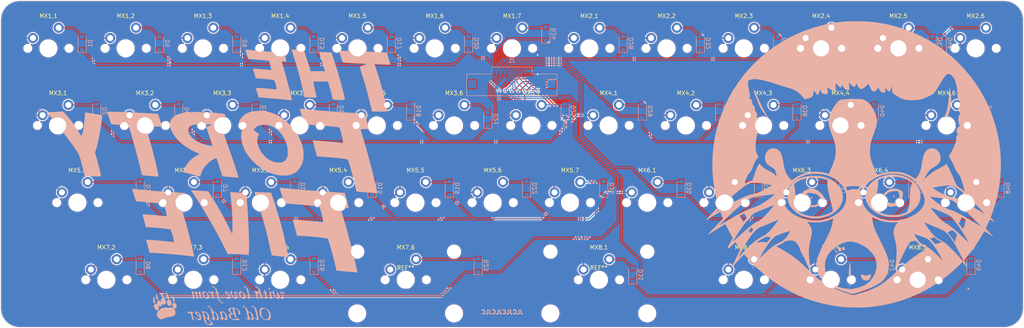
<source format=kicad_pcb>
(kicad_pcb (version 20171130) (host pcbnew 5.1.10)
  (title_block (title thefortyfive) (date 2020-03-21) (rev 0.1))
  (layers (0 F.Cu signal hide) (31 B.Cu signal hide) (34 B.Paste user) (35 F.Paste user) (36 B.SilkS user) (37 F.SilkS user) (38 B.Mask user) (39 F.Mask user) (44 Edge.Cuts user))
  (net 0 "")
  (net 1 "Net-(D1-Pad2)")
  (net 2 Row1)
  (net 3 "Net-(D2-Pad2)")
  (net 4 Row3)
  (net 5 "Net-(D3-Pad2)")
  (net 6 Row5)
  (net 7 Row7)
  (net 8 "Net-(D5-Pad2)")
  (net 9 "Net-(D6-Pad2)")
  (net 10 "Net-(D7-Pad2)")
  (net 11 "Net-(D8-Pad2)")
  (net 12 "Net-(D9-Pad2)")
  (net 13 "Net-(D10-Pad2)")
  (net 14 "Net-(D11-Pad2)")
  (net 15 "Net-(D12-Pad2)")
  (net 16 "Net-(D13-Pad2)")
  (net 17 "Net-(D14-Pad2)")
  (net 18 "Net-(D15-Pad2)")
  (net 19 "Net-(D16-Pad2)")
  (net 20 "Net-(D17-Pad2)")
  (net 21 "Net-(D18-Pad2)")
  (net 22 "Net-(D19-Pad2)")
  (net 23 "Net-(D20-Pad2)")
  (net 24 "Net-(D21-Pad2)")
  (net 25 "Net-(D22-Pad2)")
  (net 26 "Net-(D23-Pad2)")
  (net 27 "Net-(D24-Pad2)")
  (net 28 "Net-(D25-Pad2)")
  (net 29 "Net-(D26-Pad2)")
  (net 30 "Net-(D28-Pad2)")
  (net 31 Row2)
  (net 32 "Net-(D29-Pad2)")
  (net 33 Row4)
  (net 34 "Net-(D30-Pad2)")
  (net 35 Row6)
  (net 36 "Net-(D31-Pad2)")
  (net 37 "Net-(D32-Pad2)")
  (net 38 "Net-(D33-Pad2)")
  (net 39 "Net-(D34-Pad2)")
  (net 40 "Net-(D35-Pad2)")
  (net 41 "Net-(D36-Pad2)")
  (net 42 "Net-(D37-Pad2)")
  (net 43 "Net-(D38-Pad2)")
  (net 44 "Net-(D39-Pad2)")
  (net 45 "Net-(D40-Pad2)")
  (net 46 "Net-(D41-Pad2)")
  (net 47 "Net-(D42-Pad2)")
  (net 48 "Net-(D43-Pad2)")
  (net 49 "Net-(D45-Pad2)")
  (net 50 "Net-(D46-Pad2)")
  (net 51 "Net-(D47-Pad2)")
  (net 52 "Net-(D48-Pad2)")
  (net 53 Col7)
  (net 54 Col6)
  (net 55 Col5)
  (net 56 Col4)
  (net 57 Col3)
  (net 58 Col2)
  (net 59 Col1)
  (net 60 Row8)
  (net 61 "Net-(J1-Pad5)")
  (net 62 GND)
  (module Switch_Keyboard_Cherry_MX:SW_Cherry_MX_PCB_1.00u (layer F.Cu) (at 147.670852 72.986677)
    (fp_text reference MX5,6 (at 0 -8) (layer F.SilkS))
    (fp_text value MX-NoLED)
    (pad "" np_thru_hole circle (at 5.08 0) (size 1.75 1.75) (drill 1.75) (layers *.Cu *.Mask))
    (pad "" np_thru_hole circle (at -5.08 0) (size 1.75 1.75) (drill 1.75) (layers *.Cu *.Mask))
    (pad "" np_thru_hole circle (at 0 0) (size 4 4) (drill 4) (layers *.Cu *.Mask))
    (pad 2 thru_hole circle (at 2.54 -5.08) (size 2.5 2.5) (drill 1.5) (layers *.Cu B.Mask) (net 25 "Net-(D22-Pad2)"))
    (pad 1 thru_hole circle (at -3.81 -2.54) (size 2.5 2.5) (drill 1.5) (layers *.Cu B.Mask) (net 54 Col6))
  )
  (module daughterboard:thefortyfive (layer B.Cu) (at 80.16875 62.70625 180)
    (fp_text reference G*** hide)
    (fp_text value LOGO hide)
  )
  (module daughterboard:withlove (layer B.Cu) (at 80.16875 98.425 180)
    (fp_text reference G*** hide)
    (fp_text value LOGO hide)
  )
  (module daughterboard:logo (layer B.Cu) (at 236.5375 63.5 180)
    (fp_text reference G*** hide)
    (fp_text value LOGO hide)
  )
  (module daughterboard:Molex2004850420 (layer B.Cu) (at 152.4 40.48125 180)
    (fp_text reference J1 (at 0 2.54 180) (layer B.SilkS) (effects (justify mirror)))
    (fp_text value Conn_01x20_Female)
    (pad 0 smd rect (at 9.75 -3.27 180) (size 2 2) (layers B.Cu B.Paste B.Mask))
    (pad 0 smd rect (at -9.75 -3.27 180) (size 2 2) (layers B.Cu B.Paste B.Mask))
    (pad 20 smd rect (at 4.75 0 180) (size 0.25 1.6) (layers B.Cu B.Paste B.Mask) (net 2 Row1))
    (pad 19 smd rect (at 4.25 0 180) (size 0.25 1.6) (layers B.Cu B.Paste B.Mask) (net 31 Row2))
    (pad 18 smd rect (at 3.75 0 180) (size 0.25 1.6) (layers B.Cu B.Paste B.Mask) (net 4 Row3))
    (pad 17 smd rect (at 3.25 0 180) (size 0.25 1.6) (layers B.Cu B.Paste B.Mask) (net 33 Row4))
    (pad 16 smd rect (at 2.75 0 180) (size 0.25 1.6) (layers B.Cu B.Paste B.Mask) (net 6 Row5))
    (pad 15 smd rect (at 2.25 0 180) (size 0.25 1.6) (layers B.Cu B.Paste B.Mask) (net 35 Row6))
    (pad 14 smd rect (at 1.75 0 180) (size 0.25 1.6) (layers B.Cu B.Paste B.Mask) (net 7 Row7))
    (pad 13 smd rect (at 1.25 0 180) (size 0.25 1.6) (layers B.Cu B.Paste B.Mask) (net 60 Row8))
    (pad 12 smd rect (at 0.75 0 180) (size 0.25 1.6) (layers B.Cu B.Paste B.Mask) (net 53 Col7))
    (pad 11 smd rect (at 0.25 0 180) (size 0.25 1.6) (layers B.Cu B.Paste B.Mask) (net 54 Col6))
    (pad 10 smd rect (at -0.25 0 180) (size 0.25 1.6) (layers B.Cu B.Paste B.Mask) (net 55 Col5))
    (pad 9 smd rect (at -0.75 0 180) (size 0.25 1.6) (layers B.Cu B.Paste B.Mask) (net 56 Col4))
    (pad 8 smd rect (at -1.25 0 180) (size 0.25 1.6) (layers B.Cu B.Paste B.Mask) (net 57 Col3))
    (pad 7 smd rect (at -1.75 0 180) (size 0.25 1.6) (layers B.Cu B.Paste B.Mask) (net 58 Col2))
    (pad 6 smd rect (at -2.25 0 180) (size 0.25 1.6) (layers B.Cu B.Paste B.Mask) (net 59 Col1))
    (pad 5 smd rect (at -2.75 0 180) (size 0.25 1.6) (layers B.Cu B.Paste B.Mask) (net 61 "Net-(J1-Pad5)"))
    (pad 4 smd rect (at -3.25 0 180) (size 0.25 1.6) (layers B.Cu B.Paste B.Mask) (net 62 GND))
    (pad 3 smd rect (at -3.75 0 180) (size 0.25 1.6) (layers B.Cu B.Paste B.Mask) (net 62 GND))
    (pad 2 smd rect (at -4.25 0 180) (size 0.25 1.6) (layers B.Cu B.Paste B.Mask) (net 62 GND))
    (pad 1 smd rect (at -4.75 0 180) (size 0.25 1.6) (layers B.Cu B.Paste B.Mask) (net 62 GND))
  )
  (module Switch_Keyboard_Cherry_MX:SW_Cherry_MX_PCB_1.00u (layer F.Cu) (at 157.195852 53.936677)
    (fp_text reference MX3,7 (at 0 -8) (layer F.SilkS))
    (fp_text value MX-NoLED)
    (pad "" np_thru_hole circle (at 5.08 0) (size 1.75 1.75) (drill 1.75) (layers *.Cu *.Mask))
    (pad "" np_thru_hole circle (at -5.08 0) (size 1.75 1.75) (drill 1.75) (layers *.Cu *.Mask))
    (pad "" np_thru_hole circle (at 0 0) (size 4 4) (drill 4) (layers *.Cu *.Mask))
    (pad 2 thru_hole circle (at 2.54 -5.08) (size 2.5 2.5) (drill 1.5) (layers *.Cu B.Mask) (net 28 "Net-(D25-Pad2)"))
    (pad 1 thru_hole circle (at -3.81 -2.54) (size 2.5 2.5) (drill 1.5) (layers *.Cu B.Mask) (net 53 Col7))
  )
  (module Mounting_Keyboard_Stabilizer:Stabilizer_Cherry_MX_2u (layer F.Cu) (at 126.20625 92.075)
    (fp_text reference REF** (at 0 -3) (layer F.SilkS))
    (fp_text value Stabilizer_Cherry_MX_2u)
    (pad ~ np_thru_hole circle (at 11.938 -6.985) (size 3.048 3.048) (drill 3.048) (layers *.Cu *.Mask))
    (pad ~ np_thru_hole circle (at -11.938 -6.985) (size 3.048 3.048) (drill 3.048) (layers *.Cu *.Mask))
    (pad ~ np_thru_hole circle (at 11.938 8.255) (size 3.9878 3.9878) (drill 3.9878) (layers *.Cu *.Mask))
    (pad ~ np_thru_hole circle (at -11.938 8.255) (size 3.9878 3.9878) (drill 3.9878) (layers *.Cu *.Mask))
  )
  (module Mounting_Keyboard_Stabilizer:Stabilizer_Cherry_MX_2u (layer F.Cu) (at 173.83125 92.075)
    (fp_text reference REF** (at 0 -3) (layer F.SilkS))
    (fp_text value Stabilizer_Cherry_MX_2u)
    (pad ~ np_thru_hole circle (at 11.938 -6.985) (size 3.048 3.048) (drill 3.048) (layers *.Cu *.Mask))
    (pad ~ np_thru_hole circle (at -11.938 -6.985) (size 3.048 3.048) (drill 3.048) (layers *.Cu *.Mask))
    (pad ~ np_thru_hole circle (at 11.938 8.255) (size 3.9878 3.9878) (drill 3.9878) (layers *.Cu *.Mask))
    (pad ~ np_thru_hole circle (at -11.938 8.255) (size 3.9878 3.9878) (drill 3.9878) (layers *.Cu *.Mask))
  )
  (module Switch_Keyboard_Cherry_MX:SW_Cherry_MX_PCB_2.75u (layer F.Cu) (at 173.864602 92.036677)
    (fp_text reference MX8,1 (at 0 -8) (layer F.SilkS))
    (fp_text value MX-NoLED)
    (pad "" np_thru_hole circle (at 5.08 0) (size 1.75 1.75) (drill 1.75) (layers *.Cu *.Mask))
    (pad "" np_thru_hole circle (at -5.08 0) (size 1.75 1.75) (drill 1.75) (layers *.Cu *.Mask))
    (pad "" np_thru_hole circle (at 0 0) (size 4 4) (drill 4) (layers *.Cu *.Mask))
    (pad 2 thru_hole circle (at 2.54 -5.08) (size 2.5 2.5) (drill 1.5) (layers *.Cu B.Mask) (net 36 "Net-(D31-Pad2)"))
    (pad 1 thru_hole circle (at -3.81 -2.54) (size 2.5 2.5) (drill 1.5) (layers *.Cu B.Mask) (net 59 Col1))
  )
  (module Switch_Keyboard_Cherry_MX:SW_Cherry_MX_PCB_1.25u (layer F.Cu) (at 231.014602 92.036677)
    (fp_text reference MX8,4 (at 0 -8) (layer F.SilkS))
    (fp_text value MX-NoLED)
    (pad "" np_thru_hole circle (at 5.08 0) (size 1.75 1.75) (drill 1.75) (layers *.Cu *.Mask))
    (pad "" np_thru_hole circle (at -5.08 0) (size 1.75 1.75) (drill 1.75) (layers *.Cu *.Mask))
    (pad "" np_thru_hole circle (at 0 0) (size 4 4) (drill 4) (layers *.Cu *.Mask))
    (pad 2 thru_hole circle (at 2.54 -5.08) (size 2.5 2.5) (drill 1.5) (layers *.Cu B.Mask) (net 47 "Net-(D42-Pad2)"))
    (pad 1 thru_hole circle (at -3.81 -2.54) (size 2.5 2.5) (drill 1.5) (layers *.Cu B.Mask) (net 56 Col4))
  )
  (module Switch_Keyboard_Cherry_MX:SW_Cherry_MX_PCB_2.25u (layer F.Cu) (at 126.239602 92.036677)
    (fp_text reference MX7,6 (at 0 -8) (layer F.SilkS))
    (fp_text value MX-NoLED)
    (pad "" np_thru_hole circle (at 5.08 0) (size 1.75 1.75) (drill 1.75) (layers *.Cu *.Mask))
    (pad "" np_thru_hole circle (at -5.08 0) (size 1.75 1.75) (drill 1.75) (layers *.Cu *.Mask))
    (pad "" np_thru_hole circle (at 0 0) (size 4 4) (drill 4) (layers *.Cu *.Mask))
    (pad 2 thru_hole circle (at 2.54 -5.08) (size 2.5 2.5) (drill 1.5) (layers *.Cu B.Mask) (net 26 "Net-(D23-Pad2)"))
    (pad 1 thru_hole circle (at -3.81 -2.54) (size 2.5 2.5) (drill 1.5) (layers *.Cu B.Mask) (net 54 Col6))
  )
  (module Switch_Keyboard_Cherry_MX:SW_Cherry_MX_PCB_1.25u (layer F.Cu) (at 73.852102 92.036677)
    (fp_text reference MX7,3 (at 0 -8) (layer F.SilkS))
    (fp_text value MX-NoLED)
    (pad "" np_thru_hole circle (at 5.08 0) (size 1.75 1.75) (drill 1.75) (layers *.Cu *.Mask))
    (pad "" np_thru_hole circle (at -5.08 0) (size 1.75 1.75) (drill 1.75) (layers *.Cu *.Mask))
    (pad "" np_thru_hole circle (at 0 0) (size 4 4) (drill 4) (layers *.Cu *.Mask))
    (pad 2 thru_hole circle (at 2.54 -5.08) (size 2.5 2.5) (drill 1.5) (layers *.Cu B.Mask) (net 15 "Net-(D12-Pad2)"))
    (pad 1 thru_hole circle (at -3.81 -2.54) (size 2.5 2.5) (drill 1.5) (layers *.Cu B.Mask) (net 57 Col3))
  )
  (module Switch_Keyboard_Cherry_MX:SW_Cherry_MX_PCB_1.25u (layer F.Cu) (at 264.352102 72.986677)
    (fp_text reference MX6,6 (at 0 -8) (layer F.SilkS))
    (fp_text value MX-NoLED)
    (pad "" np_thru_hole circle (at 5.08 0) (size 1.75 1.75) (drill 1.75) (layers *.Cu *.Mask))
    (pad "" np_thru_hole circle (at -5.08 0) (size 1.75 1.75) (drill 1.75) (layers *.Cu *.Mask))
    (pad "" np_thru_hole circle (at 0 0) (size 4 4) (drill 4) (layers *.Cu *.Mask))
    (pad 2 thru_hole circle (at 2.54 -5.08) (size 2.5 2.5) (drill 1.5) (layers *.Cu B.Mask) (net 52 "Net-(D48-Pad2)"))
    (pad 1 thru_hole circle (at -3.81 -2.54) (size 2.5 2.5) (drill 1.5) (layers *.Cu B.Mask) (net 54 Col6))
  )
  (module Switch_Keyboard_Cherry_MX:SW_Cherry_MX_PCB_1.75u (layer F.Cu) (at 45.277102 72.986677)
    (fp_text reference MX5,1 (at 0 -8) (layer F.SilkS))
    (fp_text value MX-NoLED)
    (pad "" np_thru_hole circle (at 5.08 0) (size 1.75 1.75) (drill 1.75) (layers *.Cu *.Mask))
    (pad "" np_thru_hole circle (at -5.08 0) (size 1.75 1.75) (drill 1.75) (layers *.Cu *.Mask))
    (pad "" np_thru_hole circle (at 0 0) (size 4 4) (drill 4) (layers *.Cu *.Mask))
    (pad 2 thru_hole circle (at 2.54 -5.08) (size 2.5 2.5) (drill 1.5) (layers *.Cu B.Mask) (net 5 "Net-(D3-Pad2)"))
    (pad 1 thru_hole circle (at -3.81 -2.54) (size 2.5 2.5) (drill 1.5) (layers *.Cu B.Mask) (net 59 Col1))
  )
  (module Switch_Keyboard_Cherry_MX:SW_Cherry_MX_PCB_1.75u (layer F.Cu) (at 259.589602 53.936677)
    (fp_text reference MX4,6 (at 0 -8) (layer F.SilkS))
    (fp_text value MX-NoLED)
    (pad "" np_thru_hole circle (at 5.08 0) (size 1.75 1.75) (drill 1.75) (layers *.Cu *.Mask))
    (pad "" np_thru_hole circle (at -5.08 0) (size 1.75 1.75) (drill 1.75) (layers *.Cu *.Mask))
    (pad "" np_thru_hole circle (at 0 0) (size 4 4) (drill 4) (layers *.Cu *.Mask))
    (pad 2 thru_hole circle (at 2.54 -5.08) (size 2.5 2.5) (drill 1.5) (layers *.Cu B.Mask) (net 51 "Net-(D47-Pad2)"))
    (pad 1 thru_hole circle (at -3.81 -2.54) (size 2.5 2.5) (drill 1.5) (layers *.Cu B.Mask) (net 54 Col6))
  )
  (module Switch_Keyboard_Cherry_MX:SW_Cherry_MX_PCB_1.25u (layer F.Cu) (at 40.514602 53.936677)
    (fp_text reference MX3,1 (at 0 -8) (layer F.SilkS))
    (fp_text value MX-NoLED)
    (pad "" np_thru_hole circle (at 5.08 0) (size 1.75 1.75) (drill 1.75) (layers *.Cu *.Mask))
    (pad "" np_thru_hole circle (at -5.08 0) (size 1.75 1.75) (drill 1.75) (layers *.Cu *.Mask))
    (pad "" np_thru_hole circle (at 0 0) (size 4 4) (drill 4) (layers *.Cu *.Mask))
    (pad 2 thru_hole circle (at 2.54 -5.08) (size 2.5 2.5) (drill 1.5) (layers *.Cu B.Mask) (net 3 "Net-(D2-Pad2)"))
    (pad 1 thru_hole circle (at -3.81 -2.54) (size 2.5 2.5) (drill 1.5) (layers *.Cu B.Mask) (net 59 Col1))
  )
  (module Switch_Keyboard_Cherry_MX:SW_Cherry_MX_PCB_1.00u (layer F.Cu) (at 252.445852 92.036677)
    (fp_text reference MX8,5 (at 0 -8) (layer F.SilkS))
    (fp_text value MX-NoLED)
    (pad "" np_thru_hole circle (at 5.08 0) (size 1.75 1.75) (drill 1.75) (layers *.Cu *.Mask))
    (pad "" np_thru_hole circle (at -5.08 0) (size 1.75 1.75) (drill 1.75) (layers *.Cu *.Mask))
    (pad "" np_thru_hole circle (at 0 0) (size 4 4) (drill 4) (layers *.Cu *.Mask))
    (pad 2 thru_hole circle (at 2.54 -5.08) (size 2.5 2.5) (drill 1.5) (layers *.Cu B.Mask) (net 49 "Net-(D45-Pad2)"))
    (pad 1 thru_hole circle (at -3.81 -2.54) (size 2.5 2.5) (drill 1.5) (layers *.Cu B.Mask) (net 55 Col5))
  )
  (module Switch_Keyboard_Cherry_MX:SW_Cherry_MX_PCB_1.00u (layer F.Cu) (at 209.583352 92.036677)
    (fp_text reference MX8,3 (at 0 -8) (layer F.SilkS))
    (fp_text value MX-NoLED)
    (pad "" np_thru_hole circle (at 5.08 0) (size 1.75 1.75) (drill 1.75) (layers *.Cu *.Mask))
    (pad "" np_thru_hole circle (at -5.08 0) (size 1.75 1.75) (drill 1.75) (layers *.Cu *.Mask))
    (pad "" np_thru_hole circle (at 0 0) (size 4 4) (drill 4) (layers *.Cu *.Mask))
    (pad 2 thru_hole circle (at 2.54 -5.08) (size 2.5 2.5) (drill 1.5) (layers *.Cu B.Mask) (net 43 "Net-(D38-Pad2)"))
    (pad 1 thru_hole circle (at -3.81 -2.54) (size 2.5 2.5) (drill 1.5) (layers *.Cu B.Mask) (net 57 Col3))
  )
  (module Switch_Keyboard_Cherry_MX:SW_Cherry_MX_PCB_1.00u (layer F.Cu) (at 95.283352 92.036677)
    (fp_text reference MX7,4 (at 0 -8) (layer F.SilkS))
    (fp_text value MX-NoLED)
    (pad "" np_thru_hole circle (at 5.08 0) (size 1.75 1.75) (drill 1.75) (layers *.Cu *.Mask))
    (pad "" np_thru_hole circle (at -5.08 0) (size 1.75 1.75) (drill 1.75) (layers *.Cu *.Mask))
    (pad "" np_thru_hole circle (at 0 0) (size 4 4) (drill 4) (layers *.Cu *.Mask))
    (pad 2 thru_hole circle (at 2.54 -5.08) (size 2.5 2.5) (drill 1.5) (layers *.Cu B.Mask) (net 19 "Net-(D16-Pad2)"))
    (pad 1 thru_hole circle (at -3.81 -2.54) (size 2.5 2.5) (drill 1.5) (layers *.Cu B.Mask) (net 56 Col4))
  )
  (module Switch_Keyboard_Cherry_MX:SW_Cherry_MX_PCB_1.00u (layer F.Cu) (at 52.420852 92.036677)
    (fp_text reference MX7,2 (at 0 -8) (layer F.SilkS))
    (fp_text value MX-NoLED)
    (pad "" np_thru_hole circle (at 5.08 0) (size 1.75 1.75) (drill 1.75) (layers *.Cu *.Mask))
    (pad "" np_thru_hole circle (at -5.08 0) (size 1.75 1.75) (drill 1.75) (layers *.Cu *.Mask))
    (pad "" np_thru_hole circle (at 0 0) (size 4 4) (drill 4) (layers *.Cu *.Mask))
    (pad 2 thru_hole circle (at 2.54 -5.08) (size 2.5 2.5) (drill 1.5) (layers *.Cu B.Mask) (net 11 "Net-(D8-Pad2)"))
    (pad 1 thru_hole circle (at -3.81 -2.54) (size 2.5 2.5) (drill 1.5) (layers *.Cu B.Mask) (net 58 Col2))
  )
  (module Switch_Keyboard_Cherry_MX:SW_Cherry_MX_PCB_1.00u (layer F.Cu) (at 185.770852 72.986677)
    (fp_text reference MX6,1 (at 0 -8) (layer F.SilkS))
    (fp_text value MX-NoLED)
    (pad "" np_thru_hole circle (at 5.08 0) (size 1.75 1.75) (drill 1.75) (layers *.Cu *.Mask))
    (pad "" np_thru_hole circle (at -5.08 0) (size 1.75 1.75) (drill 1.75) (layers *.Cu *.Mask))
    (pad "" np_thru_hole circle (at 0 0) (size 4 4) (drill 4) (layers *.Cu *.Mask))
    (pad 2 thru_hole circle (at 2.54 -5.08) (size 2.5 2.5) (drill 1.5) (layers *.Cu B.Mask) (net 34 "Net-(D30-Pad2)"))
    (pad 1 thru_hole circle (at -3.81 -2.54) (size 2.5 2.5) (drill 1.5) (layers *.Cu B.Mask) (net 59 Col1))
  )
  (module Switch_Keyboard_Cherry_MX:SW_Cherry_MX_PCB_1.00u (layer F.Cu) (at 223.870852 72.986677)
    (fp_text reference MX6,3 (at 0 -8) (layer F.SilkS))
    (fp_text value MX-NoLED)
    (pad "" np_thru_hole circle (at 5.08 0) (size 1.75 1.75) (drill 1.75) (layers *.Cu *.Mask))
    (pad "" np_thru_hole circle (at -5.08 0) (size 1.75 1.75) (drill 1.75) (layers *.Cu *.Mask))
    (pad "" np_thru_hole circle (at 0 0) (size 4 4) (drill 4) (layers *.Cu *.Mask))
    (pad 2 thru_hole circle (at 2.54 -5.08) (size 2.5 2.5) (drill 1.5) (layers *.Cu B.Mask) (net 42 "Net-(D37-Pad2)"))
    (pad 1 thru_hole circle (at -3.81 -2.54) (size 2.5 2.5) (drill 1.5) (layers *.Cu B.Mask) (net 57 Col3))
  )
  (module Switch_Keyboard_Cherry_MX:SW_Cherry_MX_PCB_1.00u (layer F.Cu) (at 242.920852 72.986677)
    (fp_text reference MX6,4 (at 0 -8) (layer F.SilkS))
    (fp_text value MX-NoLED)
    (pad "" np_thru_hole circle (at 5.08 0) (size 1.75 1.75) (drill 1.75) (layers *.Cu *.Mask))
    (pad "" np_thru_hole circle (at -5.08 0) (size 1.75 1.75) (drill 1.75) (layers *.Cu *.Mask))
    (pad "" np_thru_hole circle (at 0 0) (size 4 4) (drill 4) (layers *.Cu *.Mask))
    (pad 2 thru_hole circle (at 2.54 -5.08) (size 2.5 2.5) (drill 1.5) (layers *.Cu B.Mask) (net 46 "Net-(D41-Pad2)"))
    (pad 1 thru_hole circle (at -3.81 -2.54) (size 2.5 2.5) (drill 1.5) (layers *.Cu B.Mask) (net 56 Col4))
  )
  (module Switch_Keyboard_Cherry_MX:SW_Cherry_MX_PCB_1.00u (layer F.Cu) (at 204.820852 72.986677)
    (fp_text reference MX6,2 (at 0 -8) (layer F.SilkS))
    (fp_text value MX-NoLED)
    (pad "" np_thru_hole circle (at 5.08 0) (size 1.75 1.75) (drill 1.75) (layers *.Cu *.Mask))
    (pad "" np_thru_hole circle (at -5.08 0) (size 1.75 1.75) (drill 1.75) (layers *.Cu *.Mask))
    (pad "" np_thru_hole circle (at 0 0) (size 4 4) (drill 4) (layers *.Cu *.Mask))
    (pad 2 thru_hole circle (at 2.54 -5.08) (size 2.5 2.5) (drill 1.5) (layers *.Cu B.Mask) (net 39 "Net-(D34-Pad2)"))
    (pad 1 thru_hole circle (at -3.81 -2.54) (size 2.5 2.5) (drill 1.5) (layers *.Cu B.Mask) (net 58 Col2))
  )
  (module Switch_Keyboard_Cherry_MX:SW_Cherry_MX_PCB_1.00u (layer F.Cu) (at 71.470852 72.986677)
    (fp_text reference MX5,2 (at 0 -8) (layer F.SilkS))
    (fp_text value MX-NoLED)
    (pad "" np_thru_hole circle (at 5.08 0) (size 1.75 1.75) (drill 1.75) (layers *.Cu *.Mask))
    (pad "" np_thru_hole circle (at -5.08 0) (size 1.75 1.75) (drill 1.75) (layers *.Cu *.Mask))
    (pad "" np_thru_hole circle (at 0 0) (size 4 4) (drill 4) (layers *.Cu *.Mask))
    (pad 2 thru_hole circle (at 2.54 -5.08) (size 2.5 2.5) (drill 1.5) (layers *.Cu B.Mask) (net 10 "Net-(D7-Pad2)"))
    (pad 1 thru_hole circle (at -3.81 -2.54) (size 2.5 2.5) (drill 1.5) (layers *.Cu B.Mask) (net 58 Col2))
  )
  (module Switch_Keyboard_Cherry_MX:SW_Cherry_MX_PCB_1.00u (layer F.Cu) (at 90.520852 72.986677)
    (fp_text reference MX5,3 (at 0 -8) (layer F.SilkS))
    (fp_text value MX-NoLED)
    (pad "" np_thru_hole circle (at 5.08 0) (size 1.75 1.75) (drill 1.75) (layers *.Cu *.Mask))
    (pad "" np_thru_hole circle (at -5.08 0) (size 1.75 1.75) (drill 1.75) (layers *.Cu *.Mask))
    (pad "" np_thru_hole circle (at 0 0) (size 4 4) (drill 4) (layers *.Cu *.Mask))
    (pad 2 thru_hole circle (at 2.54 -5.08) (size 2.5 2.5) (drill 1.5) (layers *.Cu B.Mask) (net 14 "Net-(D11-Pad2)"))
    (pad 1 thru_hole circle (at -3.81 -2.54) (size 2.5 2.5) (drill 1.5) (layers *.Cu B.Mask) (net 57 Col3))
  )
  (module Switch_Keyboard_Cherry_MX:SW_Cherry_MX_PCB_1.00u (layer F.Cu) (at 166.720852 72.986677)
    (fp_text reference MX5,7 (at 0 -8) (layer F.SilkS))
    (fp_text value MX-NoLED)
    (pad "" np_thru_hole circle (at 5.08 0) (size 1.75 1.75) (drill 1.75) (layers *.Cu *.Mask))
    (pad "" np_thru_hole circle (at -5.08 0) (size 1.75 1.75) (drill 1.75) (layers *.Cu *.Mask))
    (pad "" np_thru_hole circle (at 0 0) (size 4 4) (drill 4) (layers *.Cu *.Mask))
    (pad 2 thru_hole circle (at 2.54 -5.08) (size 2.5 2.5) (drill 1.5) (layers *.Cu B.Mask) (net 29 "Net-(D26-Pad2)"))
    (pad 1 thru_hole circle (at -3.81 -2.54) (size 2.5 2.5) (drill 1.5) (layers *.Cu B.Mask) (net 53 Col7))
  )
  (module Switch_Keyboard_Cherry_MX:SW_Cherry_MX_PCB_1.00u (layer F.Cu) (at 128.620852 72.986677)
    (fp_text reference MX5,5 (at 0 -8) (layer F.SilkS))
    (fp_text value MX-NoLED)
    (pad "" np_thru_hole circle (at 5.08 0) (size 1.75 1.75) (drill 1.75) (layers *.Cu *.Mask))
    (pad "" np_thru_hole circle (at -5.08 0) (size 1.75 1.75) (drill 1.75) (layers *.Cu *.Mask))
    (pad "" np_thru_hole circle (at 0 0) (size 4 4) (drill 4) (layers *.Cu *.Mask))
    (pad 2 thru_hole circle (at 2.54 -5.08) (size 2.5 2.5) (drill 1.5) (layers *.Cu B.Mask) (net 22 "Net-(D19-Pad2)"))
    (pad 1 thru_hole circle (at -3.81 -2.54) (size 2.5 2.5) (drill 1.5) (layers *.Cu B.Mask) (net 55 Col5))
  )
  (module Switch_Keyboard_Cherry_MX:SW_Cherry_MX_PCB_1.00u (layer F.Cu) (at 109.570852 72.986677)
    (fp_text reference MX5,4 (at 0 -8) (layer F.SilkS))
    (fp_text value MX-NoLED)
    (pad "" np_thru_hole circle (at 5.08 0) (size 1.75 1.75) (drill 1.75) (layers *.Cu *.Mask))
    (pad "" np_thru_hole circle (at -5.08 0) (size 1.75 1.75) (drill 1.75) (layers *.Cu *.Mask))
    (pad "" np_thru_hole circle (at 0 0) (size 4 4) (drill 4) (layers *.Cu *.Mask))
    (pad 2 thru_hole circle (at 2.54 -5.08) (size 2.5 2.5) (drill 1.5) (layers *.Cu B.Mask) (net 18 "Net-(D15-Pad2)"))
    (pad 1 thru_hole circle (at -3.81 -2.54) (size 2.5 2.5) (drill 1.5) (layers *.Cu B.Mask) (net 56 Col4))
  )
  (module Switch_Keyboard_Cherry_MX:SW_Cherry_MX_PCB_1.00u (layer F.Cu) (at 233.395852 53.936677)
    (fp_text reference MX4,4 (at 0 -8) (layer F.SilkS))
    (fp_text value MX-NoLED)
    (pad "" np_thru_hole circle (at 5.08 0) (size 1.75 1.75) (drill 1.75) (layers *.Cu *.Mask))
    (pad "" np_thru_hole circle (at -5.08 0) (size 1.75 1.75) (drill 1.75) (layers *.Cu *.Mask))
    (pad "" np_thru_hole circle (at 0 0) (size 4 4) (drill 4) (layers *.Cu *.Mask))
    (pad 2 thru_hole circle (at 2.54 -5.08) (size 2.5 2.5) (drill 1.5) (layers *.Cu B.Mask) (net 45 "Net-(D40-Pad2)"))
    (pad 1 thru_hole circle (at -3.81 -2.54) (size 2.5 2.5) (drill 1.5) (layers *.Cu B.Mask) (net 56 Col4))
  )
  (module Switch_Keyboard_Cherry_MX:SW_Cherry_MX_PCB_1.00u (layer F.Cu) (at 195.295852 53.936677)
    (fp_text reference MX4,2 (at 0 -8) (layer F.SilkS))
    (fp_text value MX-NoLED)
    (pad "" np_thru_hole circle (at 5.08 0) (size 1.75 1.75) (drill 1.75) (layers *.Cu *.Mask))
    (pad "" np_thru_hole circle (at -5.08 0) (size 1.75 1.75) (drill 1.75) (layers *.Cu *.Mask))
    (pad "" np_thru_hole circle (at 0 0) (size 4 4) (drill 4) (layers *.Cu *.Mask))
    (pad 2 thru_hole circle (at 2.54 -5.08) (size 2.5 2.5) (drill 1.5) (layers *.Cu B.Mask) (net 38 "Net-(D33-Pad2)"))
    (pad 1 thru_hole circle (at -3.81 -2.54) (size 2.5 2.5) (drill 1.5) (layers *.Cu B.Mask) (net 58 Col2))
  )
  (module Switch_Keyboard_Cherry_MX:SW_Cherry_MX_PCB_1.00u (layer F.Cu) (at 214.345852 53.936677)
    (fp_text reference MX4,3 (at 0 -8) (layer F.SilkS))
    (fp_text value MX-NoLED)
    (pad "" np_thru_hole circle (at 5.08 0) (size 1.75 1.75) (drill 1.75) (layers *.Cu *.Mask))
    (pad "" np_thru_hole circle (at -5.08 0) (size 1.75 1.75) (drill 1.75) (layers *.Cu *.Mask))
    (pad "" np_thru_hole circle (at 0 0) (size 4 4) (drill 4) (layers *.Cu *.Mask))
    (pad 2 thru_hole circle (at 2.54 -5.08) (size 2.5 2.5) (drill 1.5) (layers *.Cu B.Mask) (net 41 "Net-(D36-Pad2)"))
    (pad 1 thru_hole circle (at -3.81 -2.54) (size 2.5 2.5) (drill 1.5) (layers *.Cu B.Mask) (net 57 Col3))
  )
  (module Switch_Keyboard_Cherry_MX:SW_Cherry_MX_PCB_1.00u (layer F.Cu) (at 176.245852 53.936677)
    (fp_text reference MX4,1 (at 0 -8) (layer F.SilkS))
    (fp_text value MX-NoLED)
    (pad "" np_thru_hole circle (at 5.08 0) (size 1.75 1.75) (drill 1.75) (layers *.Cu *.Mask))
    (pad "" np_thru_hole circle (at -5.08 0) (size 1.75 1.75) (drill 1.75) (layers *.Cu *.Mask))
    (pad "" np_thru_hole circle (at 0 0) (size 4 4) (drill 4) (layers *.Cu *.Mask))
    (pad 2 thru_hole circle (at 2.54 -5.08) (size 2.5 2.5) (drill 1.5) (layers *.Cu B.Mask) (net 32 "Net-(D29-Pad2)"))
    (pad 1 thru_hole circle (at -3.81 -2.54) (size 2.5 2.5) (drill 1.5) (layers *.Cu B.Mask) (net 59 Col1))
  )
  (module Switch_Keyboard_Cherry_MX:SW_Cherry_MX_PCB_1.00u (layer F.Cu) (at 100.045852 53.936677)
    (fp_text reference MX3,4 (at 0 -8) (layer F.SilkS))
    (fp_text value MX-NoLED)
    (pad "" np_thru_hole circle (at 5.08 0) (size 1.75 1.75) (drill 1.75) (layers *.Cu *.Mask))
    (pad "" np_thru_hole circle (at -5.08 0) (size 1.75 1.75) (drill 1.75) (layers *.Cu *.Mask))
    (pad "" np_thru_hole circle (at 0 0) (size 4 4) (drill 4) (layers *.Cu *.Mask))
    (pad 2 thru_hole circle (at 2.54 -5.08) (size 2.5 2.5) (drill 1.5) (layers *.Cu B.Mask) (net 17 "Net-(D14-Pad2)"))
    (pad 1 thru_hole circle (at -3.81 -2.54) (size 2.5 2.5) (drill 1.5) (layers *.Cu B.Mask) (net 56 Col4))
  )
  (module Switch_Keyboard_Cherry_MX:SW_Cherry_MX_PCB_1.00u (layer F.Cu) (at 138.145852 53.936677)
    (fp_text reference MX3,6 (at 0 -8) (layer F.SilkS))
    (fp_text value MX-NoLED)
    (pad "" np_thru_hole circle (at 5.08 0) (size 1.75 1.75) (drill 1.75) (layers *.Cu *.Mask))
    (pad "" np_thru_hole circle (at -5.08 0) (size 1.75 1.75) (drill 1.75) (layers *.Cu *.Mask))
    (pad "" np_thru_hole circle (at 0 0) (size 4 4) (drill 4) (layers *.Cu *.Mask))
    (pad 2 thru_hole circle (at 2.54 -5.08) (size 2.5 2.5) (drill 1.5) (layers *.Cu B.Mask) (net 24 "Net-(D21-Pad2)"))
    (pad 1 thru_hole circle (at -3.81 -2.54) (size 2.5 2.5) (drill 1.5) (layers *.Cu B.Mask) (net 54 Col6))
  )
  (module Switch_Keyboard_Cherry_MX:SW_Cherry_MX_PCB_1.00u (layer F.Cu) (at 80.995852 53.936677)
    (fp_text reference MX3,3 (at 0 -8) (layer F.SilkS))
    (fp_text value MX-NoLED)
    (pad "" np_thru_hole circle (at 5.08 0) (size 1.75 1.75) (drill 1.75) (layers *.Cu *.Mask))
    (pad "" np_thru_hole circle (at -5.08 0) (size 1.75 1.75) (drill 1.75) (layers *.Cu *.Mask))
    (pad "" np_thru_hole circle (at 0 0) (size 4 4) (drill 4) (layers *.Cu *.Mask))
    (pad 2 thru_hole circle (at 2.54 -5.08) (size 2.5 2.5) (drill 1.5) (layers *.Cu B.Mask) (net 13 "Net-(D10-Pad2)"))
    (pad 1 thru_hole circle (at -3.81 -2.54) (size 2.5 2.5) (drill 1.5) (layers *.Cu B.Mask) (net 57 Col3))
  )
  (module Switch_Keyboard_Cherry_MX:SW_Cherry_MX_PCB_1.00u (layer F.Cu) (at 61.945852 53.936677)
    (fp_text reference MX3,2 (at 0 -8) (layer F.SilkS))
    (fp_text value MX-NoLED)
    (pad "" np_thru_hole circle (at 5.08 0) (size 1.75 1.75) (drill 1.75) (layers *.Cu *.Mask))
    (pad "" np_thru_hole circle (at -5.08 0) (size 1.75 1.75) (drill 1.75) (layers *.Cu *.Mask))
    (pad "" np_thru_hole circle (at 0 0) (size 4 4) (drill 4) (layers *.Cu *.Mask))
    (pad 2 thru_hole circle (at 2.54 -5.08) (size 2.5 2.5) (drill 1.5) (layers *.Cu B.Mask) (net 9 "Net-(D6-Pad2)"))
    (pad 1 thru_hole circle (at -3.81 -2.54) (size 2.5 2.5) (drill 1.5) (layers *.Cu B.Mask) (net 58 Col2))
  )
  (module Switch_Keyboard_Cherry_MX:SW_Cherry_MX_PCB_1.00u (layer F.Cu) (at 119.095852 53.936677)
    (fp_text reference MX3,5 (at 0 -8) (layer F.SilkS))
    (fp_text value MX-NoLED)
    (pad "" np_thru_hole circle (at 5.08 0) (size 1.75 1.75) (drill 1.75) (layers *.Cu *.Mask))
    (pad "" np_thru_hole circle (at -5.08 0) (size 1.75 1.75) (drill 1.75) (layers *.Cu *.Mask))
    (pad "" np_thru_hole circle (at 0 0) (size 4 4) (drill 4) (layers *.Cu *.Mask))
    (pad 2 thru_hole circle (at 2.54 -5.08) (size 2.5 2.5) (drill 1.5) (layers *.Cu B.Mask) (net 21 "Net-(D18-Pad2)"))
    (pad 1 thru_hole circle (at -3.81 -2.54) (size 2.5 2.5) (drill 1.5) (layers *.Cu B.Mask) (net 55 Col5))
  )
  (module Switch_Keyboard_Cherry_MX:SW_Cherry_MX_PCB_1.00u (layer F.Cu) (at 209.583352 34.886677)
    (fp_text reference MX2,3 (at 0 -8) (layer F.SilkS))
    (fp_text value MX-NoLED)
    (pad "" np_thru_hole circle (at 5.08 0) (size 1.75 1.75) (drill 1.75) (layers *.Cu *.Mask))
    (pad "" np_thru_hole circle (at -5.08 0) (size 1.75 1.75) (drill 1.75) (layers *.Cu *.Mask))
    (pad "" np_thru_hole circle (at 0 0) (size 4 4) (drill 4) (layers *.Cu *.Mask))
    (pad 2 thru_hole circle (at 2.54 -5.08) (size 2.5 2.5) (drill 1.5) (layers *.Cu B.Mask) (net 40 "Net-(D35-Pad2)"))
    (pad 1 thru_hole circle (at -3.81 -2.54) (size 2.5 2.5) (drill 1.5) (layers *.Cu B.Mask) (net 57 Col3))
  )
  (module Switch_Keyboard_Cherry_MX:SW_Cherry_MX_PCB_1.00u (layer F.Cu) (at 247.683352 34.886677)
    (fp_text reference MX2,5 (at 0 -8) (layer F.SilkS))
    (fp_text value MX-NoLED)
    (pad "" np_thru_hole circle (at 5.08 0) (size 1.75 1.75) (drill 1.75) (layers *.Cu *.Mask))
    (pad "" np_thru_hole circle (at -5.08 0) (size 1.75 1.75) (drill 1.75) (layers *.Cu *.Mask))
    (pad "" np_thru_hole circle (at 0 0) (size 4 4) (drill 4) (layers *.Cu *.Mask))
    (pad 2 thru_hole circle (at 2.54 -5.08) (size 2.5 2.5) (drill 1.5) (layers *.Cu B.Mask) (net 48 "Net-(D43-Pad2)"))
    (pad 1 thru_hole circle (at -3.81 -2.54) (size 2.5 2.5) (drill 1.5) (layers *.Cu B.Mask) (net 55 Col5))
  )
  (module Switch_Keyboard_Cherry_MX:SW_Cherry_MX_PCB_1.00u (layer F.Cu) (at 266.733352 34.886677)
    (fp_text reference MX2,6 (at 0 -8) (layer F.SilkS))
    (fp_text value MX-NoLED)
    (pad "" np_thru_hole circle (at 5.08 0) (size 1.75 1.75) (drill 1.75) (layers *.Cu *.Mask))
    (pad "" np_thru_hole circle (at -5.08 0) (size 1.75 1.75) (drill 1.75) (layers *.Cu *.Mask))
    (pad "" np_thru_hole circle (at 0 0) (size 4 4) (drill 4) (layers *.Cu *.Mask))
    (pad 2 thru_hole circle (at 2.54 -5.08) (size 2.5 2.5) (drill 1.5) (layers *.Cu B.Mask) (net 50 "Net-(D46-Pad2)"))
    (pad 1 thru_hole circle (at -3.81 -2.54) (size 2.5 2.5) (drill 1.5) (layers *.Cu B.Mask) (net 54 Col6))
  )
  (module Switch_Keyboard_Cherry_MX:SW_Cherry_MX_PCB_1.00u (layer F.Cu) (at 171.483352 34.886677)
    (fp_text reference MX2,1 (at 0 -8) (layer F.SilkS))
    (fp_text value MX-NoLED)
    (pad "" np_thru_hole circle (at 5.08 0) (size 1.75 1.75) (drill 1.75) (layers *.Cu *.Mask))
    (pad "" np_thru_hole circle (at -5.08 0) (size 1.75 1.75) (drill 1.75) (layers *.Cu *.Mask))
    (pad "" np_thru_hole circle (at 0 0) (size 4 4) (drill 4) (layers *.Cu *.Mask))
    (pad 2 thru_hole circle (at 2.54 -5.08) (size 2.5 2.5) (drill 1.5) (layers *.Cu B.Mask) (net 30 "Net-(D28-Pad2)"))
    (pad 1 thru_hole circle (at -3.81 -2.54) (size 2.5 2.5) (drill 1.5) (layers *.Cu B.Mask) (net 59 Col1))
  )
  (module Switch_Keyboard_Cherry_MX:SW_Cherry_MX_PCB_1.00u (layer F.Cu) (at 228.633352 34.886677)
    (fp_text reference MX2,4 (at 0 -8) (layer F.SilkS))
    (fp_text value MX-NoLED)
    (pad "" np_thru_hole circle (at 5.08 0) (size 1.75 1.75) (drill 1.75) (layers *.Cu *.Mask))
    (pad "" np_thru_hole circle (at -5.08 0) (size 1.75 1.75) (drill 1.75) (layers *.Cu *.Mask))
    (pad "" np_thru_hole circle (at 0 0) (size 4 4) (drill 4) (layers *.Cu *.Mask))
    (pad 2 thru_hole circle (at 2.54 -5.08) (size 2.5 2.5) (drill 1.5) (layers *.Cu B.Mask) (net 44 "Net-(D39-Pad2)"))
    (pad 1 thru_hole circle (at -3.81 -2.54) (size 2.5 2.5) (drill 1.5) (layers *.Cu B.Mask) (net 56 Col4))
  )
  (module Switch_Keyboard_Cherry_MX:SW_Cherry_MX_PCB_1.00u (layer F.Cu) (at 190.533352 34.886677)
    (fp_text reference MX2,2 (at 0 -8) (layer F.SilkS))
    (fp_text value MX-NoLED)
    (pad "" np_thru_hole circle (at 5.08 0) (size 1.75 1.75) (drill 1.75) (layers *.Cu *.Mask))
    (pad "" np_thru_hole circle (at -5.08 0) (size 1.75 1.75) (drill 1.75) (layers *.Cu *.Mask))
    (pad "" np_thru_hole circle (at 0 0) (size 4 4) (drill 4) (layers *.Cu *.Mask))
    (pad 2 thru_hole circle (at 2.54 -5.08) (size 2.5 2.5) (drill 1.5) (layers *.Cu B.Mask) (net 37 "Net-(D32-Pad2)"))
    (pad 1 thru_hole circle (at -3.81 -2.54) (size 2.5 2.5) (drill 1.5) (layers *.Cu B.Mask) (net 58 Col2))
  )
  (module Switch_Keyboard_Cherry_MX:SW_Cherry_MX_PCB_1.00u (layer F.Cu) (at 76.233352 34.886677)
    (fp_text reference MX1,3 (at 0 -8) (layer F.SilkS))
    (fp_text value MX-NoLED)
    (pad "" np_thru_hole circle (at 5.08 0) (size 1.75 1.75) (drill 1.75) (layers *.Cu *.Mask))
    (pad "" np_thru_hole circle (at -5.08 0) (size 1.75 1.75) (drill 1.75) (layers *.Cu *.Mask))
    (pad "" np_thru_hole circle (at 0 0) (size 4 4) (drill 4) (layers *.Cu *.Mask))
    (pad 2 thru_hole circle (at 2.54 -5.08) (size 2.5 2.5) (drill 1.5) (layers *.Cu B.Mask) (net 12 "Net-(D9-Pad2)"))
    (pad 1 thru_hole circle (at -3.81 -2.54) (size 2.5 2.5) (drill 1.5) (layers *.Cu B.Mask) (net 57 Col3))
  )
  (module Switch_Keyboard_Cherry_MX:SW_Cherry_MX_PCB_1.00u (layer F.Cu) (at 38.133352 34.886677)
    (fp_text reference MX1,1 (at 0 -8) (layer F.SilkS))
    (fp_text value MX-NoLED)
    (pad "" np_thru_hole circle (at 5.08 0) (size 1.75 1.75) (drill 1.75) (layers *.Cu *.Mask))
    (pad "" np_thru_hole circle (at -5.08 0) (size 1.75 1.75) (drill 1.75) (layers *.Cu *.Mask))
    (pad "" np_thru_hole circle (at 0 0) (size 4 4) (drill 4) (layers *.Cu *.Mask))
    (pad 2 thru_hole circle (at 2.54 -5.08) (size 2.5 2.5) (drill 1.5) (layers *.Cu B.Mask) (net 1 "Net-(D1-Pad2)"))
    (pad 1 thru_hole circle (at -3.81 -2.54) (size 2.5 2.5) (drill 1.5) (layers *.Cu B.Mask) (net 59 Col1))
  )
  (module Switch_Keyboard_Cherry_MX:SW_Cherry_MX_PCB_1.00u (layer F.Cu) (at 57.183352 34.886677)
    (fp_text reference MX1,2 (at 0 -8) (layer F.SilkS))
    (fp_text value MX-NoLED)
    (pad "" np_thru_hole circle (at 5.08 0) (size 1.75 1.75) (drill 1.75) (layers *.Cu *.Mask))
    (pad "" np_thru_hole circle (at -5.08 0) (size 1.75 1.75) (drill 1.75) (layers *.Cu *.Mask))
    (pad "" np_thru_hole circle (at 0 0) (size 4 4) (drill 4) (layers *.Cu *.Mask))
    (pad 2 thru_hole circle (at 2.54 -5.08) (size 2.5 2.5) (drill 1.5) (layers *.Cu B.Mask) (net 8 "Net-(D5-Pad2)"))
    (pad 1 thru_hole circle (at -3.81 -2.54) (size 2.5 2.5) (drill 1.5) (layers *.Cu B.Mask) (net 58 Col2))
  )
  (module Switch_Keyboard_Cherry_MX:SW_Cherry_MX_PCB_1.00u (layer F.Cu) (at 95.283352 34.886677)
    (fp_text reference MX1,4 (at 0 -8) (layer F.SilkS))
    (fp_text value MX-NoLED)
    (pad "" np_thru_hole circle (at 5.08 0) (size 1.75 1.75) (drill 1.75) (layers *.Cu *.Mask))
    (pad "" np_thru_hole circle (at -5.08 0) (size 1.75 1.75) (drill 1.75) (layers *.Cu *.Mask))
    (pad "" np_thru_hole circle (at 0 0) (size 4 4) (drill 4) (layers *.Cu *.Mask))
    (pad 2 thru_hole circle (at 2.54 -5.08) (size 2.5 2.5) (drill 1.5) (layers *.Cu B.Mask) (net 16 "Net-(D13-Pad2)"))
    (pad 1 thru_hole circle (at -3.81 -2.54) (size 2.5 2.5) (drill 1.5) (layers *.Cu B.Mask) (net 56 Col4))
  )
  (module Switch_Keyboard_Cherry_MX:SW_Cherry_MX_PCB_1.00u (layer F.Cu) (at 114.333352 34.886677)
    (fp_text reference MX1,5 (at 0 -8) (layer F.SilkS))
    (fp_text value MX-NoLED)
    (pad "" np_thru_hole circle (at 5.08 0) (size 1.75 1.75) (drill 1.75) (layers *.Cu *.Mask))
    (pad "" np_thru_hole circle (at -5.08 0) (size 1.75 1.75) (drill 1.75) (layers *.Cu *.Mask))
    (pad "" np_thru_hole circle (at 0 0) (size 4 4) (drill 4) (layers *.Cu *.Mask))
    (pad 2 thru_hole circle (at 2.54 -5.08) (size 2.5 2.5) (drill 1.5) (layers *.Cu B.Mask) (net 20 "Net-(D17-Pad2)"))
    (pad 1 thru_hole circle (at -3.81 -2.54) (size 2.5 2.5) (drill 1.5) (layers *.Cu B.Mask) (net 55 Col5))
  )
  (module Switch_Keyboard_Cherry_MX:SW_Cherry_MX_PCB_1.00u (layer F.Cu) (at 152.433352 34.886677)
    (fp_text reference MX1,7 (at 0 -8) (layer F.SilkS))
    (fp_text value MX-NoLED)
    (pad "" np_thru_hole circle (at 5.08 0) (size 1.75 1.75) (drill 1.75) (layers *.Cu *.Mask))
    (pad "" np_thru_hole circle (at -5.08 0) (size 1.75 1.75) (drill 1.75) (layers *.Cu *.Mask))
    (pad "" np_thru_hole circle (at 0 0) (size 4 4) (drill 4) (layers *.Cu *.Mask))
    (pad 2 thru_hole circle (at 2.54 -5.08) (size 2.5 2.5) (drill 1.5) (layers *.Cu B.Mask) (net 27 "Net-(D24-Pad2)"))
    (pad 1 thru_hole circle (at -3.81 -2.54) (size 2.5 2.5) (drill 1.5) (layers *.Cu B.Mask) (net 53 Col7))
  )
  (module Switch_Keyboard_Cherry_MX:SW_Cherry_MX_PCB_1.00u (layer F.Cu) (at 133.383352 34.886677)
    (fp_text reference MX1,6 (at 0 -8) (layer F.SilkS))
    (fp_text value MX-NoLED)
    (pad "" np_thru_hole circle (at 5.08 0) (size 1.75 1.75) (drill 1.75) (layers *.Cu *.Mask))
    (pad "" np_thru_hole circle (at -5.08 0) (size 1.75 1.75) (drill 1.75) (layers *.Cu *.Mask))
    (pad "" np_thru_hole circle (at 0 0) (size 4 4) (drill 4) (layers *.Cu *.Mask))
    (pad 2 thru_hole circle (at 2.54 -5.08) (size 2.5 2.5) (drill 1.5) (layers *.Cu B.Mask) (net 23 "Net-(D20-Pad2)"))
    (pad 1 thru_hole circle (at -3.81 -2.54) (size 2.5 2.5) (drill 1.5) (layers *.Cu B.Mask) (net 54 Col6))
  )
  (module Diode_SMD:D_SOD-123 (layer B.Cu) (at 79.805227 69.414802 90)
    (fp_text reference D7 (at 0 2 270) (layer B.SilkS) (effects (justify mirror)))
    (fp_text value D_SOD-123)
    (pad 2 smd rect (at 1.65 0 90) (size 0.9 1.2) (layers B.Cu B.Paste B.Mask) (net 10 "Net-(D7-Pad2)"))
    (pad 1 smd rect (at -1.65 0 90) (size 0.9 1.2) (layers B.Cu B.Paste B.Mask) (net 6 Row5))
  )
  (module Diode_SMD:D_SOD-123 (layer B.Cu) (at 70.280227 50.364802 90)
    (fp_text reference D6 (at 0 2 270) (layer B.SilkS) (effects (justify mirror)))
    (fp_text value D_SOD-123)
    (pad 2 smd rect (at 1.65 0 90) (size 0.9 1.2) (layers B.Cu B.Paste B.Mask) (net 9 "Net-(D6-Pad2)"))
    (pad 1 smd rect (at -1.65 0 90) (size 0.9 1.2) (layers B.Cu B.Paste B.Mask) (net 4 Row3))
  )
  (module Diode_SMD:D_SOD-123 (layer B.Cu) (at 65.517727 33.655 90)
    (fp_text reference D5 (at 0 2 270) (layer B.SilkS) (effects (justify mirror)))
    (fp_text value D_SOD-123)
    (pad 2 smd rect (at 1.65 0 90) (size 0.9 1.2) (layers B.Cu B.Paste B.Mask) (net 8 "Net-(D5-Pad2)"))
    (pad 1 smd rect (at -1.65 0 90) (size 0.9 1.2) (layers B.Cu B.Paste B.Mask) (net 2 Row1))
  )
  (module Diode_SMD:D_SOD-123 (layer B.Cu) (at 60.755227 69.414802 90)
    (fp_text reference D3 (at 0 2 270) (layer B.SilkS) (effects (justify mirror)))
    (fp_text value D_SOD-123)
    (pad 2 smd rect (at 1.65 0 90) (size 0.9 1.2) (layers B.Cu B.Paste B.Mask) (net 5 "Net-(D3-Pad2)"))
    (pad 1 smd rect (at -1.65 0 90) (size 0.9 1.2) (layers B.Cu B.Paste B.Mask) (net 6 Row5))
  )
  (module Diode_SMD:D_SOD-123 (layer B.Cu) (at 50.039602 50.364802 90)
    (fp_text reference D2 (at 0 2 270) (layer B.SilkS) (effects (justify mirror)))
    (fp_text value D_SOD-123)
    (pad 2 smd rect (at 1.65 0 90) (size 0.9 1.2) (layers B.Cu B.Paste B.Mask) (net 3 "Net-(D2-Pad2)"))
    (pad 1 smd rect (at -1.65 0 90) (size 0.9 1.2) (layers B.Cu B.Paste B.Mask) (net 4 Row3))
  )
  (module Diode_SMD:D_SOD-123 (layer B.Cu) (at 46.467727 33.655 90)
    (fp_text reference D1 (at 0 2 270) (layer B.SilkS) (effects (justify mirror)))
    (fp_text value D_SOD-123)
    (pad 2 smd rect (at 1.65 0 90) (size 0.9 1.2) (layers B.Cu B.Paste B.Mask) (net 1 "Net-(D1-Pad2)"))
    (pad 1 smd rect (at -1.65 0 90) (size 0.9 1.2) (layers B.Cu B.Paste B.Mask) (net 2 Row1))
  )
  (module Diode_SMD:D_SOD-123 (layer B.Cu) (at 108.380227 50.364802 90)
    (fp_text reference D14 (at 0 2 270) (layer B.SilkS) (effects (justify mirror)))
    (fp_text value D_SOD-123)
    (pad 2 smd rect (at 1.65 0 90) (size 0.9 1.2) (layers B.Cu B.Paste B.Mask) (net 17 "Net-(D14-Pad2)"))
    (pad 1 smd rect (at -1.65 0 90) (size 0.9 1.2) (layers B.Cu B.Paste B.Mask) (net 4 Row3))
  )
  (module Diode_SMD:D_SOD-123 (layer B.Cu) (at 103.617727 33.655 90)
    (fp_text reference D13 (at 0 2 270) (layer B.SilkS) (effects (justify mirror)))
    (fp_text value D_SOD-123)
    (pad 2 smd rect (at 1.65 0 90) (size 0.9 1.2) (layers B.Cu B.Paste B.Mask) (net 16 "Net-(D13-Pad2)"))
    (pad 1 smd rect (at -1.65 0 90) (size 0.9 1.2) (layers B.Cu B.Paste B.Mask) (net 2 Row1))
  )
  (module Diode_SMD:D_SOD-123 (layer B.Cu) (at 84.567727 88.464802 90)
    (fp_text reference D12 (at 0 2 270) (layer B.SilkS) (effects (justify mirror)))
    (fp_text value D_SOD-123)
    (pad 2 smd rect (at 1.65 0 90) (size 0.9 1.2) (layers B.Cu B.Paste B.Mask) (net 15 "Net-(D12-Pad2)"))
    (pad 1 smd rect (at -1.65 0 90) (size 0.9 1.2) (layers B.Cu B.Paste B.Mask) (net 7 Row7))
  )
  (module Diode_SMD:D_SOD-123 (layer B.Cu) (at 220.298977 88.464802 90)
    (fp_text reference D38 (at 0 2 90) (layer B.SilkS) (effects (justify mirror)))
    (fp_text value D_SOD-123)
    (pad 2 smd rect (at 1.65 0 90) (size 0.9 1.2) (layers B.Cu B.Paste B.Mask) (net 43 "Net-(D38-Pad2)"))
    (pad 1 smd rect (at -1.65 0 90) (size 0.9 1.2) (layers B.Cu B.Paste B.Mask) (net 60 Row8))
  )
  (module Diode_SMD:D_SOD-123 (layer B.Cu) (at 232.205227 69.414802 90)
    (fp_text reference D37 (at 0 2 90) (layer B.SilkS) (effects (justify mirror)))
    (fp_text value D_SOD-123)
    (pad 2 smd rect (at 1.65 0 90) (size 0.9 1.2) (layers B.Cu B.Paste B.Mask) (net 42 "Net-(D37-Pad2)"))
    (pad 1 smd rect (at -1.65 0 90) (size 0.9 1.2) (layers B.Cu B.Paste B.Mask) (net 35 Row6))
  )
  (module Diode_SMD:D_SOD-123 (layer B.Cu) (at 222.680227 50.364802 90)
    (fp_text reference D36 (at 0 2 90) (layer B.SilkS) (effects (justify mirror)))
    (fp_text value D_SOD-123)
    (pad 2 smd rect (at 1.65 0 90) (size 0.9 1.2) (layers B.Cu B.Paste B.Mask) (net 41 "Net-(D36-Pad2)"))
    (pad 1 smd rect (at -1.65 0 90) (size 0.9 1.2) (layers B.Cu B.Paste B.Mask) (net 33 Row4))
  )
  (module Diode_SMD:D_SOD-123 (layer B.Cu) (at 156.005227 69.414802 90)
    (fp_text reference D22 (at 0 2 270) (layer B.SilkS) (effects (justify mirror)))
    (fp_text value D_SOD-123)
    (pad 2 smd rect (at 1.65 0 90) (size 0.9 1.2) (layers B.Cu B.Paste B.Mask) (net 25 "Net-(D22-Pad2)"))
    (pad 1 smd rect (at -1.65 0 90) (size 0.9 1.2) (layers B.Cu B.Paste B.Mask) (net 6 Row5))
  )
  (module Diode_SMD:D_SOD-123 (layer B.Cu) (at 146.480227 52.3875 90)
    (fp_text reference D21 (at 0 2 270) (layer B.SilkS) (effects (justify mirror)))
    (fp_text value D_SOD-123)
    (pad 2 smd rect (at 1.65 0 90) (size 0.9 1.2) (layers B.Cu B.Paste B.Mask) (net 24 "Net-(D21-Pad2)"))
    (pad 1 smd rect (at -1.65 0 90) (size 0.9 1.2) (layers B.Cu B.Paste B.Mask) (net 4 Row3))
  )
  (module Diode_SMD:D_SOD-123 (layer B.Cu) (at 141.717727 33.655 90)
    (fp_text reference D20 (at 0 2 270) (layer B.SilkS) (effects (justify mirror)))
    (fp_text value D_SOD-123)
    (pad 2 smd rect (at 1.65 0 90) (size 0.9 1.2) (layers B.Cu B.Paste B.Mask) (net 23 "Net-(D20-Pad2)"))
    (pad 1 smd rect (at -1.65 0 90) (size 0.9 1.2) (layers B.Cu B.Paste B.Mask) (net 2 Row1))
  )
  (module Diode_SMD:D_SOD-123 (layer B.Cu) (at 136.955227 69.414802 90)
    (fp_text reference D19 (at 0 2 270) (layer B.SilkS) (effects (justify mirror)))
    (fp_text value D_SOD-123)
    (pad 2 smd rect (at 1.65 0 90) (size 0.9 1.2) (layers B.Cu B.Paste B.Mask) (net 22 "Net-(D19-Pad2)"))
    (pad 1 smd rect (at -1.65 0 90) (size 0.9 1.2) (layers B.Cu B.Paste B.Mask) (net 6 Row5))
  )
  (module Diode_SMD:D_SOD-123 (layer B.Cu) (at 251.255227 69.414802 90)
    (fp_text reference D41 (at 0 2 90) (layer B.SilkS) (effects (justify mirror)))
    (fp_text value D_SOD-123)
    (pad 2 smd rect (at 1.65 0 90) (size 0.9 1.2) (layers B.Cu B.Paste B.Mask) (net 46 "Net-(D41-Pad2)"))
    (pad 1 smd rect (at -1.65 0 90) (size 0.9 1.2) (layers B.Cu B.Paste B.Mask) (net 35 Row6))
  )
  (module Diode_SMD:D_SOD-123 (layer B.Cu) (at 241.730227 50.364802 90)
    (fp_text reference D40 (at 0 2 90) (layer B.SilkS) (effects (justify mirror)))
    (fp_text value D_SOD-123)
    (pad 2 smd rect (at 1.65 0 90) (size 0.9 1.2) (layers B.Cu B.Paste B.Mask) (net 45 "Net-(D40-Pad2)"))
    (pad 1 smd rect (at -1.65 0 90) (size 0.9 1.2) (layers B.Cu B.Paste B.Mask) (net 33 Row4))
  )
  (module Diode_SMD:D_SOD-123 (layer B.Cu) (at 236.967727 33.655 90)
    (fp_text reference D39 (at 0 2 90) (layer B.SilkS) (effects (justify mirror)))
    (fp_text value D_SOD-123)
    (pad 2 smd rect (at 1.65 0 90) (size 0.9 1.2) (layers B.Cu B.Paste B.Mask) (net 44 "Net-(D39-Pad2)"))
    (pad 1 smd rect (at -1.65 0 90) (size 0.9 1.2) (layers B.Cu B.Paste B.Mask) (net 31 Row2))
  )
  (module Diode_SMD:D_SOD-123 (layer B.Cu) (at 127.430227 50.364802 90)
    (fp_text reference D18 (at 0 2 270) (layer B.SilkS) (effects (justify mirror)))
    (fp_text value D_SOD-123)
    (pad 2 smd rect (at 1.65 0 90) (size 0.9 1.2) (layers B.Cu B.Paste B.Mask) (net 21 "Net-(D18-Pad2)"))
    (pad 1 smd rect (at -1.65 0 90) (size 0.9 1.2) (layers B.Cu B.Paste B.Mask) (net 4 Row3))
  )
  (module Diode_SMD:D_SOD-123 (layer B.Cu) (at 122.667727 33.655 90)
    (fp_text reference D17 (at 0 2 270) (layer B.SilkS) (effects (justify mirror)))
    (fp_text value D_SOD-123)
    (pad 2 smd rect (at 1.65 0 90) (size 0.9 1.2) (layers B.Cu B.Paste B.Mask) (net 20 "Net-(D17-Pad2)"))
    (pad 1 smd rect (at -1.65 0 90) (size 0.9 1.2) (layers B.Cu B.Paste B.Mask) (net 2 Row1))
  )
  (module Diode_SMD:D_SOD-123 (layer B.Cu) (at 103.617727 88.464802 90)
    (fp_text reference D16 (at 0 2 270) (layer B.SilkS) (effects (justify mirror)))
    (fp_text value D_SOD-123)
    (pad 2 smd rect (at 1.65 0 90) (size 0.9 1.2) (layers B.Cu B.Paste B.Mask) (net 19 "Net-(D16-Pad2)"))
    (pad 1 smd rect (at -1.65 0 90) (size 0.9 1.2) (layers B.Cu B.Paste B.Mask) (net 7 Row7))
  )
  (module Diode_SMD:D_SOD-123 (layer B.Cu) (at 117.905227 69.414802 90)
    (fp_text reference D15 (at 0 2 270) (layer B.SilkS) (effects (justify mirror)))
    (fp_text value D_SOD-123)
    (pad 2 smd rect (at 1.65 0 90) (size 0.9 1.2) (layers B.Cu B.Paste B.Mask) (net 18 "Net-(D15-Pad2)"))
    (pad 1 smd rect (at -1.65 0 90) (size 0.9 1.2) (layers B.Cu B.Paste B.Mask) (net 6 Row5))
  )
  (module Diode_SMD:D_SOD-123 (layer B.Cu) (at 98.855227 69.414802 90)
    (fp_text reference D11 (at 0 2 270) (layer B.SilkS) (effects (justify mirror)))
    (fp_text value D_SOD-123)
    (pad 2 smd rect (at 1.65 0 90) (size 0.9 1.2) (layers B.Cu B.Paste B.Mask) (net 14 "Net-(D11-Pad2)"))
    (pad 1 smd rect (at -1.65 0 90) (size 0.9 1.2) (layers B.Cu B.Paste B.Mask) (net 6 Row5))
  )
  (module Diode_SMD:D_SOD-123 (layer B.Cu) (at 89.330227 50.364802 90)
    (fp_text reference D10 (at 0 2 270) (layer B.SilkS) (effects (justify mirror)))
    (fp_text value D_SOD-123)
    (pad 2 smd rect (at 1.65 0 90) (size 0.9 1.2) (layers B.Cu B.Paste B.Mask) (net 13 "Net-(D10-Pad2)"))
    (pad 1 smd rect (at -1.65 0 90) (size 0.9 1.2) (layers B.Cu B.Paste B.Mask) (net 4 Row3))
  )
  (module Diode_SMD:D_SOD-123 (layer B.Cu) (at 84.567727 33.655 90)
    (fp_text reference D9 (at 0 2 270) (layer B.SilkS) (effects (justify mirror)))
    (fp_text value D_SOD-123)
    (pad 2 smd rect (at 1.65 0 90) (size 0.9 1.2) (layers B.Cu B.Paste B.Mask) (net 12 "Net-(D9-Pad2)"))
    (pad 1 smd rect (at -1.65 0 90) (size 0.9 1.2) (layers B.Cu B.Paste B.Mask) (net 2 Row1))
  )
  (module Diode_SMD:D_SOD-123 (layer B.Cu) (at 60.755227 88.464802 90)
    (fp_text reference D8 (at 0 2 270) (layer B.SilkS) (effects (justify mirror)))
    (fp_text value D_SOD-123)
    (pad 2 smd rect (at 1.65 0 90) (size 0.9 1.2) (layers B.Cu B.Paste B.Mask) (net 11 "Net-(D8-Pad2)"))
    (pad 1 smd rect (at -1.65 0 90) (size 0.9 1.2) (layers B.Cu B.Paste B.Mask) (net 7 Row7))
  )
  (module Diode_SMD:D_SOD-123 (layer B.Cu) (at 265.542727 88.464802 90)
    (fp_text reference D45 (at 0 2 90) (layer B.SilkS) (effects (justify mirror)))
    (fp_text value D_SOD-123)
    (pad 2 smd rect (at 1.65 0 90) (size 0.9 1.2) (layers B.Cu B.Paste B.Mask) (net 49 "Net-(D45-Pad2)"))
    (pad 1 smd rect (at -1.65 0 90) (size 0.9 1.2) (layers B.Cu B.Paste B.Mask) (net 60 Row8))
  )
  (module Diode_SMD:D_SOD-123 (layer B.Cu) (at 256.017727 33.655 90)
    (fp_text reference D43 (at 0 2 90) (layer B.SilkS) (effects (justify mirror)))
    (fp_text value D_SOD-123)
    (pad 2 smd rect (at 1.65 0 90) (size 0.9 1.2) (layers B.Cu B.Paste B.Mask) (net 48 "Net-(D43-Pad2)"))
    (pad 1 smd rect (at -1.65 0 90) (size 0.9 1.2) (layers B.Cu B.Paste B.Mask) (net 31 Row2))
  )
  (module Diode_SMD:D_SOD-123 (layer B.Cu) (at 244.111477 88.464802 90)
    (fp_text reference D42 (at 0 2 90) (layer B.SilkS) (effects (justify mirror)))
    (fp_text value D_SOD-123)
    (pad 2 smd rect (at 1.65 0 90) (size 0.9 1.2) (layers B.Cu B.Paste B.Mask) (net 47 "Net-(D42-Pad2)"))
    (pad 1 smd rect (at -1.65 0 90) (size 0.9 1.2) (layers B.Cu B.Paste B.Mask) (net 60 Row8))
  )
  (module Diode_SMD:D_SOD-123 (layer B.Cu) (at 272.702348 69.414802 90)
    (fp_text reference D48 (at 0 2 90) (layer B.SilkS) (effects (justify mirror)))
    (fp_text value D_SOD-123)
    (pad 2 smd rect (at 1.65 0 90) (size 0.9 1.2) (layers B.Cu B.Paste B.Mask) (net 52 "Net-(D48-Pad2)"))
    (pad 1 smd rect (at -1.65 0 90) (size 0.9 1.2) (layers B.Cu B.Paste B.Mask) (net 35 Row6))
  )
  (module Diode_SMD:D_SOD-123 (layer B.Cu) (at 165.530227 50.364802 90)
    (fp_text reference D25 (at 0 2 270) (layer B.SilkS) (effects (justify mirror)))
    (fp_text value D_SOD-123)
    (pad 2 smd rect (at 1.65 0 90) (size 0.9 1.2) (layers B.Cu B.Paste B.Mask) (net 28 "Net-(D25-Pad2)"))
    (pad 1 smd rect (at -1.65 0 90) (size 0.9 1.2) (layers B.Cu B.Paste B.Mask) (net 4 Row3))
  )
  (module Diode_SMD:D_SOD-123 (layer B.Cu) (at 160.767727 31.314802 90)
    (fp_text reference D24 (at 0 2 270) (layer B.SilkS) (effects (justify mirror)))
    (fp_text value D_SOD-123)
    (pad 2 smd rect (at 1.65 0 90) (size 0.9 1.2) (layers B.Cu B.Paste B.Mask) (net 27 "Net-(D24-Pad2)"))
    (pad 1 smd rect (at -1.65 0 90) (size 0.9 1.2) (layers B.Cu B.Paste B.Mask) (net 2 Row1))
  )
  (module Diode_SMD:D_SOD-123 (layer B.Cu) (at 144.098977 88.464802 90)
    (fp_text reference D23 (at 0 2 270) (layer B.SilkS) (effects (justify mirror)))
    (fp_text value D_SOD-123)
    (pad 2 smd rect (at 1.65 0 90) (size 0.9 1.2) (layers B.Cu B.Paste B.Mask) (net 26 "Net-(D23-Pad2)"))
    (pad 1 smd rect (at -1.65 0 90) (size 0.9 1.2) (layers B.Cu B.Paste B.Mask) (net 7 Row7))
  )
  (module Diode_SMD:D_SOD-123 (layer B.Cu) (at 217.917727 33.655 90)
    (fp_text reference D35 (at 0 2 90) (layer B.SilkS) (effects (justify mirror)))
    (fp_text value D_SOD-123)
    (pad 2 smd rect (at 1.65 0 90) (size 0.9 1.2) (layers B.Cu B.Paste B.Mask) (net 40 "Net-(D35-Pad2)"))
    (pad 1 smd rect (at -1.65 0 90) (size 0.9 1.2) (layers B.Cu B.Paste B.Mask) (net 31 Row2))
  )
  (module Diode_SMD:D_SOD-123 (layer B.Cu) (at 213.155227 69.414802 90)
    (fp_text reference D34 (at 0 2 90) (layer B.SilkS) (effects (justify mirror)))
    (fp_text value D_SOD-123)
    (pad 2 smd rect (at 1.65 0 90) (size 0.9 1.2) (layers B.Cu B.Paste B.Mask) (net 39 "Net-(D34-Pad2)"))
    (pad 1 smd rect (at -1.65 0 90) (size 0.9 1.2) (layers B.Cu B.Paste B.Mask) (net 35 Row6))
  )
  (module Diode_SMD:D_SOD-123 (layer B.Cu) (at 203.630227 50.364802 90)
    (fp_text reference D33 (at 0 2 90) (layer B.SilkS) (effects (justify mirror)))
    (fp_text value D_SOD-123)
    (pad 2 smd rect (at 1.65 0 90) (size 0.9 1.2) (layers B.Cu B.Paste B.Mask) (net 38 "Net-(D33-Pad2)"))
    (pad 1 smd rect (at -1.65 0 90) (size 0.9 1.2) (layers B.Cu B.Paste B.Mask) (net 33 Row4))
  )
  (module Diode_SMD:D_SOD-123 (layer B.Cu) (at 198.867727 33.655 90)
    (fp_text reference D32 (at 0 2 90) (layer B.SilkS) (effects (justify mirror)))
    (fp_text value D_SOD-123)
    (pad 2 smd rect (at 1.65 0 90) (size 0.9 1.2) (layers B.Cu B.Paste B.Mask) (net 37 "Net-(D32-Pad2)"))
    (pad 1 smd rect (at -1.65 0 90) (size 0.9 1.2) (layers B.Cu B.Paste B.Mask) (net 31 Row2))
  )
  (module Diode_SMD:D_SOD-123 (layer B.Cu) (at 182.198977 90.846052 90)
    (fp_text reference D31 (at 0 2 90) (layer B.SilkS) (effects (justify mirror)))
    (fp_text value D_SOD-123)
    (pad 2 smd rect (at 1.65 0 90) (size 0.9 1.2) (layers B.Cu B.Paste B.Mask) (net 36 "Net-(D31-Pad2)"))
    (pad 1 smd rect (at -1.65 0 90) (size 0.9 1.2) (layers B.Cu B.Paste B.Mask) (net 60 Row8))
  )
  (module Diode_SMD:D_SOD-123 (layer B.Cu) (at 194.105227 69.414802 90)
    (fp_text reference D30 (at 0 2 90) (layer B.SilkS) (effects (justify mirror)))
    (fp_text value D_SOD-123)
    (pad 2 smd rect (at 1.65 0 90) (size 0.9 1.2) (layers B.Cu B.Paste B.Mask) (net 34 "Net-(D30-Pad2)"))
    (pad 1 smd rect (at -1.65 0 90) (size 0.9 1.2) (layers B.Cu B.Paste B.Mask) (net 35 Row6))
  )
  (module Diode_SMD:D_SOD-123 (layer B.Cu) (at 184.580227 50.364802 90)
    (fp_text reference D29 (at 0 2 90) (layer B.SilkS) (effects (justify mirror)))
    (fp_text value D_SOD-123)
    (pad 2 smd rect (at 1.65 0 90) (size 0.9 1.2) (layers B.Cu B.Paste B.Mask) (net 32 "Net-(D29-Pad2)"))
    (pad 1 smd rect (at -1.65 0 90) (size 0.9 1.2) (layers B.Cu B.Paste B.Mask) (net 33 Row4))
  )
  (module Diode_SMD:D_SOD-123 (layer B.Cu) (at 258.478348 33.655 90)
    (fp_text reference D46 (at 0 2 90) (layer B.SilkS) (effects (justify mirror)))
    (fp_text value D_SOD-123)
    (pad 2 smd rect (at 1.65 0 90) (size 0.9 1.2) (layers B.Cu B.Paste B.Mask) (net 50 "Net-(D46-Pad2)"))
    (pad 1 smd rect (at -1.65 0 90) (size 0.9 1.2) (layers B.Cu B.Paste B.Mask) (net 31 Row2))
  )
  (module Diode_SMD:D_SOD-123 (layer B.Cu) (at 268.130348 50.37271 90)
    (fp_text reference D47 (at 0 2 90) (layer B.SilkS) (effects (justify mirror)))
    (fp_text value D_SOD-123)
    (pad 2 smd rect (at 1.65 0 90) (size 0.9 1.2) (layers B.Cu B.Paste B.Mask) (net 51 "Net-(D47-Pad2)"))
    (pad 1 smd rect (at -1.65 0 90) (size 0.9 1.2) (layers B.Cu B.Paste B.Mask) (net 33 Row4))
  )
  (module Diode_SMD:D_SOD-123 (layer B.Cu) (at 179.817727 33.655 90)
    (fp_text reference D28 (at 0 2 90) (layer B.SilkS) (effects (justify mirror)))
    (fp_text value D_SOD-123)
    (pad 2 smd rect (at 1.65 0 90) (size 0.9 1.2) (layers B.Cu B.Paste B.Mask) (net 30 "Net-(D28-Pad2)"))
    (pad 1 smd rect (at -1.65 0 90) (size 0.9 1.2) (layers B.Cu B.Paste B.Mask) (net 31 Row2))
  )
  (module Diode_SMD:D_SOD-123 (layer B.Cu) (at 175.055227 69.414802 90)
    (fp_text reference D26 (at 0 2 270) (layer B.SilkS) (effects (justify mirror)))
    (fp_text value D_SOD-123)
    (pad 2 smd rect (at 1.65 0 90) (size 0.9 1.2) (layers B.Cu B.Paste B.Mask) (net 29 "Net-(D26-Pad2)"))
    (pad 1 smd rect (at -1.65 0 90) (size 0.9 1.2) (layers B.Cu B.Paste B.Mask) (net 6 Row5))
  )
  (gr_text JLCJLCJLCJLC (at 150.01875 100.0125) (layer B.SilkS) (effects (font (size 1 1) (thickness 0.25)) (justify mirror)))
  (gr_arc (start 273.877098 99.180427) (end 273.877098 103.942927) (angle -90) (layer Edge.Cuts) (width 0.05))
  (gr_line (start 30.989598 103.943009) (end 273.877098 103.942927) (layer Edge.Cuts) (width 0.05))
  (gr_line (start 278.639598 27.742927) (end 278.639598 99.180487) (layer Edge.Cuts) (width 0.05))
  (gr_arc (start 30.989598 99.180509) (end 26.227102 99.180509) (angle -90) (layer Edge.Cuts) (width 0.05))
  (gr_arc (start 30.989602 27.742949) (end 30.989602 22.980445) (angle -90) (layer Edge.Cuts) (width 0.05))
  (gr_arc (start 273.877098 27.742927) (end 278.639598 27.742927) (angle -90) (layer Edge.Cuts) (width 0.05))
  (gr_line (start 30.989598 22.980445) (end 273.877098 22.980427) (layer Edge.Cuts) (width 0.05))
  (gr_line (start 26.227098 27.742949) (end 26.227102 99.180509) (layer Edge.Cuts) (width 0.05))
  (segment (start 44.269404 29.806677) (end 46.467727 32.005) (width 0.25) (layer B.Cu) (net 1))
  (segment (start 40.673352 29.806677) (end 44.269404 29.806677) (width 0.25) (layer B.Cu) (net 1))
  (segment (start 141.717727 35.305) (end 141.70125 35.305) (width 0.25) (layer B.Cu) (net 2))
  (segment (start 141.70125 35.305) (end 138.1125 38.89375) (width 0.25) (layer B.Cu) (net 2))
  (segment (start 126.256477 38.89375) (end 122.667727 35.305) (width 0.25) (layer B.Cu) (net 2))
  (segment (start 138.1125 38.89375) (end 126.256477 38.89375) (width 0.25) (layer B.Cu) (net 2))
  (segment (start 126.256477 38.89375) (end 107.15625 38.89375) (width 0.25) (layer B.Cu) (net 2))
  (segment (start 107.15625 38.843523) (end 103.617727 35.305) (width 0.25) (layer B.Cu) (net 2))
  (segment (start 107.15625 38.89375) (end 107.15625 38.843523) (width 0.25) (layer B.Cu) (net 2))
  (segment (start 107.15625 38.89375) (end 88.10625 38.89375) (width 0.25) (layer B.Cu) (net 2))
  (segment (start 88.10625 38.843523) (end 84.567727 35.305) (width 0.25) (layer B.Cu) (net 2))
  (segment (start 88.10625 38.89375) (end 88.10625 38.843523) (width 0.25) (layer B.Cu) (net 2))
  (segment (start 88.10625 38.89375) (end 69.05625 38.89375) (width 0.25) (layer B.Cu) (net 2))
  (segment (start 69.05625 38.843523) (end 65.517727 35.305) (width 0.25) (layer B.Cu) (net 2))
  (segment (start 69.05625 38.89375) (end 69.05625 38.843523) (width 0.25) (layer B.Cu) (net 2))
  (segment (start 50.00625 38.843523) (end 46.467727 35.305) (width 0.25) (layer B.Cu) (net 2))
  (segment (start 50.00625 38.89375) (end 50.00625 38.843523) (width 0.25) (layer B.Cu) (net 2))
  (segment (start 69.05625 38.89375) (end 50.00625 38.89375) (width 0.25) (layer B.Cu) (net 2))
  (segment (start 151.454355 32.561676) (end 160.364601 32.561676) (width 0.25) (layer B.Cu) (net 2))
  (segment (start 160.364601 32.561676) (end 160.767727 32.964802) (width 0.25) (layer B.Cu) (net 2))
  (segment (start 147.65 36.366031) (end 151.454355 32.561676) (width 0.25) (layer B.Cu) (net 2))
  (segment (start 146.049887 37.281137) (end 147.65 38.88125) (width 0.25) (layer B.Cu) (net 2))
  (segment (start 143.693863 37.281137) (end 146.049887 37.281137) (width 0.25) (layer B.Cu) (net 2))
  (segment (start 147.65 38.88125) (end 147.65 36.366031) (width 0.25) (layer B.Cu) (net 2))
  (segment (start 147.65 40.48125) (end 147.65 38.88125) (width 0.25) (layer B.Cu) (net 2))
  (segment (start 143.693863 37.281137) (end 141.717727 35.305) (width 0.25) (layer B.Cu) (net 2))
  (segment (start 49.897727 48.856677) (end 50.039602 48.714802) (width 0.25) (layer B.Cu) (net 3))
  (segment (start 43.054602 48.856677) (end 49.897727 48.856677) (width 0.25) (layer B.Cu) (net 3))
  (segment (start 146.480227 54.338523) (end 142.875 57.94375) (width 0.25) (layer B.Cu) (net 4))
  (segment (start 133.359175 57.94375) (end 127.430227 52.014802) (width 0.25) (layer B.Cu) (net 4))
  (segment (start 142.875 57.94375) (end 133.359175 57.94375) (width 0.25) (layer B.Cu) (net 4))
  (segment (start 133.359175 57.94375) (end 114.3 57.94375) (width 0.25) (layer B.Cu) (net 4))
  (segment (start 114.3 57.934575) (end 108.380227 52.014802) (width 0.25) (layer B.Cu) (net 4))
  (segment (start 114.3 57.94375) (end 114.3 57.934575) (width 0.25) (layer B.Cu) (net 4))
  (segment (start 114.3 57.94375) (end 95.25 57.94375) (width 0.25) (layer B.Cu) (net 4))
  (segment (start 95.25 57.934575) (end 89.330227 52.014802) (width 0.25) (layer B.Cu) (net 4))
  (segment (start 95.25 57.94375) (end 95.25 57.934575) (width 0.25) (layer B.Cu) (net 4))
  (segment (start 75.40625 57.94375) (end 76.2 57.94375) (width 0.25) (layer B.Cu) (net 4))
  (segment (start 95.25 57.94375) (end 76.2 57.94375) (width 0.25) (layer B.Cu) (net 4))
  (segment (start 76.2 57.934575) (end 70.280227 52.014802) (width 0.25) (layer B.Cu) (net 4))
  (segment (start 76.2 57.94375) (end 76.2 57.934575) (width 0.25) (layer B.Cu) (net 4))
  (segment (start 55.96855 57.94375) (end 50.039602 52.014802) (width 0.25) (layer B.Cu) (net 4))
  (segment (start 76.2 57.94375) (end 55.96855 57.94375) (width 0.25) (layer B.Cu) (net 4))
  (segment (start 165.530227 54.338523) (end 165.530227 52.014802) (width 0.25) (layer B.Cu) (net 4))
  (segment (start 161.925 57.94375) (end 165.530227 54.338523) (width 0.25) (layer B.Cu) (net 4))
  (segment (start 142.875 57.94375) (end 161.925 57.94375) (width 0.25) (layer B.Cu) (net 4))
  (segment (start 148.130227 52.3875) (end 146.480227 54.0375) (width 0.25) (layer B.Cu) (net 4))
  (segment (start 148.43125 52.086477) (end 148.130227 52.3875) (width 0.25) (layer B.Cu) (net 4))
  (segment (start 147.455466 47.392728) (end 148.43125 48.368512) (width 0.25) (layer B.Cu) (net 4))
  (segment (start 148.43125 48.368512) (end 148.43125 52.086477) (width 0.25) (layer B.Cu) (net 4))
  (segment (start 147.405228 47.392728) (end 147.455466 47.392728) (width 0.25) (layer B.Cu) (net 4))
  (segment (start 146.84375 46.83125) (end 147.405228 47.392728) (width 0.25) (layer B.Cu) (net 4))
  (segment (start 146.84375 43.65625) (end 146.84375 46.83125) (width 0.25) (layer B.Cu) (net 4))
  (segment (start 148.65 41.85) (end 146.84375 43.65625) (width 0.25) (layer B.Cu) (net 4))
  (segment (start 148.65 39.6875) (end 148.65 41.85) (width 0.25) (layer B.Cu) (net 4))
  (segment (start 60.613352 67.906677) (end 60.755227 67.764802) (width 0.25) (layer B.Cu) (net 5))
  (segment (start 47.817102 67.906677) (end 60.613352 67.906677) (width 0.25) (layer B.Cu) (net 5))
  (segment (start 175.055227 71.064802) (end 175.055227 73.388523) (width 0.25) (layer B.Cu) (net 6))
  (segment (start 175.055227 73.388523) (end 171.45 76.99375) (width 0.25) (layer B.Cu) (net 6))
  (segment (start 161.934175 76.99375) (end 156.005227 71.064802) (width 0.25) (layer B.Cu) (net 6))
  (segment (start 171.45 76.99375) (end 161.934175 76.99375) (width 0.25) (layer B.Cu) (net 6))
  (segment (start 142.884175 76.99375) (end 136.955227 71.064802) (width 0.25) (layer B.Cu) (net 6))
  (segment (start 161.934175 76.99375) (end 142.884175 76.99375) (width 0.25) (layer B.Cu) (net 6))
  (segment (start 123.03125 76.190825) (end 117.905227 71.064802) (width 0.25) (layer B.Cu) (net 6))
  (segment (start 123.03125 76.190825) (end 123.03125 76.2) (width 0.25) (layer B.Cu) (net 6))
  (segment (start 123.03125 76.2) (end 123.825 76.99375) (width 0.25) (layer B.Cu) (net 6))
  (segment (start 142.884175 76.99375) (end 123.825 76.99375) (width 0.25) (layer B.Cu) (net 6))
  (segment (start 123.825 76.99375) (end 104.775 76.99375) (width 0.25) (layer B.Cu) (net 6))
  (segment (start 104.775 76.984575) (end 98.855227 71.064802) (width 0.25) (layer B.Cu) (net 6))
  (segment (start 104.775 76.99375) (end 104.775 76.984575) (width 0.25) (layer B.Cu) (net 6))
  (segment (start 104.775 76.99375) (end 85.725 76.99375) (width 0.25) (layer B.Cu) (net 6))
  (segment (start 85.725 76.984575) (end 79.805227 71.064802) (width 0.25) (layer B.Cu) (net 6))
  (segment (start 85.725 76.99375) (end 85.725 76.984575) (width 0.25) (layer B.Cu) (net 6))
  (segment (start 66.684175 76.99375) (end 60.755227 71.064802) (width 0.25) (layer B.Cu) (net 6))
  (segment (start 85.725 76.99375) (end 66.684175 76.99375) (width 0.25) (layer B.Cu) (net 6))
  (segment (start 147.29376 46.594612) (end 147.29376 44.05624) (width 0.25) (layer B.Cu) (net 6))
  (segment (start 166.344176 47.281676) (end 147.980824 47.281676) (width 0.25) (layer B.Cu) (net 6))
  (segment (start 147.980824 47.281676) (end 147.29376 46.594612) (width 0.25) (layer B.Cu) (net 6))
  (segment (start 167.48125 48.41875) (end 166.344176 47.281676) (width 0.25) (layer B.Cu) (net 6))
  (segment (start 149.65 41.7) (end 149.65 40.48125) (width 0.25) (layer B.Cu) (net 6))
  (segment (start 147.29376 44.05624) (end 149.65 41.7) (width 0.25) (layer B.Cu) (net 6))
  (segment (start 167.82499 53.36765) (end 167.82499 56.69999) (width 0.25) (layer B.Cu) (net 6))
  (segment (start 167.48125 53.02391) (end 167.82499 53.36765) (width 0.25) (layer B.Cu) (net 6))
  (segment (start 167.48125 48.41875) (end 167.48125 53.02391) (width 0.25) (layer B.Cu) (net 6))
  (segment (start 167.82499 56.69999) (end 177.8 66.675) (width 0.25) (layer B.Cu) (net 6))
  (segment (start 177.8 68.320029) (end 175.055227 71.064802) (width 0.25) (layer B.Cu) (net 6))
  (segment (start 177.8 66.675) (end 177.8 68.320029) (width 0.25) (layer B.Cu) (net 6))
  (segment (start 144.098977 90.114802) (end 140.866448 90.114802) (width 0.25) (layer B.Cu) (net 7))
  (segment (start 140.866448 90.114802) (end 134.9375 96.04375) (width 0.25) (layer B.Cu) (net 7))
  (segment (start 109.546675 96.04375) (end 103.617727 90.114802) (width 0.25) (layer B.Cu) (net 7))
  (segment (start 134.9375 96.04375) (end 109.546675 96.04375) (width 0.25) (layer B.Cu) (net 7))
  (segment (start 90.496675 96.04375) (end 84.567727 90.114802) (width 0.25) (layer B.Cu) (net 7))
  (segment (start 109.546675 96.04375) (end 90.496675 96.04375) (width 0.25) (layer B.Cu) (net 7))
  (segment (start 66.684175 96.04375) (end 60.755227 90.114802) (width 0.25) (layer B.Cu) (net 7))
  (segment (start 90.496675 96.04375) (end 66.684175 96.04375) (width 0.25) (layer B.Cu) (net 7))
  (segment (start 149.597698 90.114802) (end 144.098977 90.114802) (width 0.25) (layer B.Cu) (net 7))
  (segment (start 157.95625 81.75625) (end 149.597698 90.114802) (width 0.25) (layer B.Cu) (net 7))
  (segment (start 176.2125 80.16875) (end 174.625 81.75625) (width 0.25) (layer B.Cu) (net 7))
  (segment (start 174.625 81.75625) (end 157.95625 81.75625) (width 0.25) (layer B.Cu) (net 7))
  (segment (start 176.556241 64.666551) (end 178.59375 66.70406) (width 0.25) (layer B.Cu) (net 7))
  (segment (start 176.55624 64.63749) (end 176.556241 64.666551) (width 0.25) (layer B.Cu) (net 7))
  (segment (start 166.6875 46.83125) (end 168.275 48.41875) (width 0.25) (layer B.Cu) (net 7))
  (segment (start 148.43125 46.83125) (end 166.6875 46.83125) (width 0.25) (layer B.Cu) (net 7))
  (segment (start 178.59375 77.7875) (end 174.625 81.75625) (width 0.25) (layer B.Cu) (net 7))
  (segment (start 147.74377 46.14377) (end 148.43125 46.83125) (width 0.25) (layer B.Cu) (net 7))
  (segment (start 178.59375 66.70406) (end 178.59375 77.7875) (width 0.25) (layer B.Cu) (net 7))
  (segment (start 168.275 56.35625) (end 176.55624 64.63749) (width 0.25) (layer B.Cu) (net 7))
  (segment (start 147.74377 44.34373) (end 147.74377 46.14377) (width 0.25) (layer B.Cu) (net 7))
  (segment (start 150.18125 41.90625) (end 147.74377 44.34373) (width 0.25) (layer B.Cu) (net 7))
  (segment (start 168.275 48.41875) (end 168.275 56.35625) (width 0.25) (layer B.Cu) (net 7))
  (segment (start 150.65 41.90625) (end 150.18125 41.90625) (width 0.25) (layer B.Cu) (net 7))
  (segment (start 150.65 40.48125) (end 150.65 41.90625) (width 0.25) (layer B.Cu) (net 7))
  (segment (start 63.319404 29.806677) (end 65.517727 32.005) (width 0.25) (layer B.Cu) (net 8))
  (segment (start 59.723352 29.806677) (end 63.319404 29.806677) (width 0.25) (layer B.Cu) (net 8))
  (segment (start 70.138352 48.856677) (end 70.280227 48.714802) (width 0.25) (layer B.Cu) (net 9))
  (segment (start 64.485852 48.856677) (end 70.138352 48.856677) (width 0.25) (layer B.Cu) (net 9))
  (segment (start 79.663352 67.906677) (end 79.805227 67.764802) (width 0.25) (layer B.Cu) (net 10))
  (segment (start 74.010852 67.906677) (end 79.663352 67.906677) (width 0.25) (layer B.Cu) (net 10))
  (segment (start 60.613352 86.956677) (end 60.755227 86.814802) (width 0.25) (layer B.Cu) (net 11))
  (segment (start 54.960852 86.956677) (end 60.613352 86.956677) (width 0.25) (layer B.Cu) (net 11))
  (segment (start 82.369404 29.806677) (end 84.567727 32.005) (width 0.25) (layer B.Cu) (net 12))
  (segment (start 78.773352 29.806677) (end 82.369404 29.806677) (width 0.25) (layer B.Cu) (net 12))
  (segment (start 89.188352 48.856677) (end 89.330227 48.714802) (width 0.25) (layer B.Cu) (net 13))
  (segment (start 83.535852 48.856677) (end 89.188352 48.856677) (width 0.25) (layer B.Cu) (net 13))
  (segment (start 98.713352 67.906677) (end 98.855227 67.764802) (width 0.25) (layer B.Cu) (net 14))
  (segment (start 93.060852 67.906677) (end 98.713352 67.906677) (width 0.25) (layer B.Cu) (net 14))
  (segment (start 84.425852 86.956677) (end 84.567727 86.814802) (width 0.25) (layer B.Cu) (net 15))
  (segment (start 76.392102 86.956677) (end 84.425852 86.956677) (width 0.25) (layer B.Cu) (net 15))
  (segment (start 101.419404 29.806677) (end 103.617727 32.005) (width 0.25) (layer B.Cu) (net 16))
  (segment (start 97.823352 29.806677) (end 101.419404 29.806677) (width 0.25) (layer B.Cu) (net 16))
  (segment (start 102.585852 48.856677) (end 108.387927 48.856677) (width 0.25) (layer B.Cu) (net 17))
  (segment (start 117.763352 67.906677) (end 117.905227 67.764802) (width 0.25) (layer B.Cu) (net 18))
  (segment (start 112.110852 67.906677) (end 117.763352 67.906677) (width 0.25) (layer B.Cu) (net 18))
  (segment (start 103.475852 86.956677) (end 103.617727 86.814802) (width 0.25) (layer B.Cu) (net 19))
  (segment (start 97.823352 86.956677) (end 103.475852 86.956677) (width 0.25) (layer B.Cu) (net 19))
  (segment (start 120.469404 29.806677) (end 122.667727 32.005) (width 0.25) (layer B.Cu) (net 20))
  (segment (start 116.873352 29.806677) (end 120.469404 29.806677) (width 0.25) (layer B.Cu) (net 20))
  (segment (start 127.288352 48.856677) (end 127.430227 48.714802) (width 0.25) (layer B.Cu) (net 21))
  (segment (start 121.635852 48.856677) (end 127.288352 48.856677) (width 0.25) (layer B.Cu) (net 21))
  (segment (start 136.813352 67.906677) (end 136.955227 67.764802) (width 0.25) (layer B.Cu) (net 22))
  (segment (start 131.160852 67.906677) (end 136.813352 67.906677) (width 0.25) (layer B.Cu) (net 22))
  (segment (start 139.519404 29.806677) (end 141.717727 32.005) (width 0.25) (layer B.Cu) (net 23))
  (segment (start 135.923352 29.806677) (end 139.519404 29.806677) (width 0.25) (layer B.Cu) (net 23))
  (segment (start 144.599404 48.856677) (end 146.480227 50.7375) (width 0.25) (layer B.Cu) (net 24))
  (segment (start 140.685852 48.856677) (end 144.599404 48.856677) (width 0.25) (layer B.Cu) (net 24))
  (segment (start 155.863352 67.906677) (end 156.005227 67.764802) (width 0.25) (layer B.Cu) (net 25))
  (segment (start 150.210852 67.906677) (end 155.863352 67.906677) (width 0.25) (layer B.Cu) (net 25))
  (segment (start 143.957102 86.956677) (end 144.098977 86.814802) (width 0.25) (layer B.Cu) (net 26))
  (segment (start 128.779602 86.956677) (end 143.957102 86.956677) (width 0.25) (layer B.Cu) (net 26))
  (segment (start 160.625852 29.806677) (end 160.767727 29.664802) (width 0.25) (layer B.Cu) (net 27))
  (segment (start 154.973352 29.806677) (end 160.625852 29.806677) (width 0.25) (layer B.Cu) (net 27))
  (segment (start 165.388352 48.856677) (end 165.530227 48.714802) (width 0.25) (layer B.Cu) (net 28))
  (segment (start 159.735852 48.856677) (end 165.388352 48.856677) (width 0.25) (layer B.Cu) (net 28))
  (segment (start 174.913352 67.906677) (end 175.055227 67.764802) (width 0.25) (layer B.Cu) (net 29))
  (segment (start 169.260852 67.906677) (end 174.913352 67.906677) (width 0.25) (layer B.Cu) (net 29))
  (segment (start 177.619404 29.806677) (end 179.817727 32.005) (width 0.25) (layer B.Cu) (net 30))
  (segment (start 174.023352 29.806677) (end 177.619404 29.806677) (width 0.25) (layer B.Cu) (net 30))
  (segment (start 256.017727 35.305) (end 258.478348 35.305) (width 0.25) (layer B.Cu) (net 31))
  (segment (start 148.15 39.55109) (end 148.15 40.48125) (width 0.25) (layer B.Cu) (net 31))
  (segment (start 150.157369 37.543721) (end 148.15 39.55109) (width 0.25) (layer B.Cu) (net 31))
  (segment (start 177.579006 37.543721) (end 150.157369 37.543721) (width 0.25) (layer B.Cu) (net 31))
  (segment (start 179.817727 35.305) (end 177.579006 37.543721) (width 0.25) (layer B.Cu) (net 31))
  (segment (start 196.629006 37.543721) (end 198.867727 35.305) (width 0.25) (layer B.Cu) (net 31))
  (segment (start 177.579006 37.543721) (end 196.629006 37.543721) (width 0.25) (layer B.Cu) (net 31))
  (segment (start 215.679006 37.543721) (end 217.917727 35.305) (width 0.25) (layer B.Cu) (net 31))
  (segment (start 196.629006 37.543721) (end 215.679006 37.543721) (width 0.25) (layer B.Cu) (net 31))
  (segment (start 234.729006 37.543721) (end 236.967727 35.305) (width 0.25) (layer B.Cu) (net 31))
  (segment (start 215.679006 37.543721) (end 234.729006 37.543721) (width 0.25) (layer B.Cu) (net 31))
  (segment (start 253.779006 37.543721) (end 256.017727 35.305) (width 0.25) (layer B.Cu) (net 31))
  (segment (start 234.729006 37.543721) (end 253.779006 37.543721) (width 0.25) (layer B.Cu) (net 31))
  (segment (start 184.438352 48.856677) (end 184.580227 48.714802) (width 0.25) (layer B.Cu) (net 32))
  (segment (start 178.785852 48.856677) (end 184.438352 48.856677) (width 0.25) (layer B.Cu) (net 32))
  (segment (start 184.177101 51.611676) (end 179.090746 51.611676) (width 0.25) (layer B.Cu) (net 33))
  (segment (start 184.580227 52.014802) (end 184.177101 51.611676) (width 0.25) (layer B.Cu) (net 33))
  (segment (start 165.4728 37.99373) (end 165.73641 38.25734) (width 0.25) (layer B.Cu) (net 33))
  (segment (start 149.15 39.43125) (end 150.58752 37.99373) (width 0.25) (layer B.Cu) (net 33))
  (segment (start 150.58752 37.99373) (end 165.4728 37.99373) (width 0.25) (layer B.Cu) (net 33))
  (segment (start 149.15 40.48125) (end 149.15 39.43125) (width 0.25) (layer B.Cu) (net 33))
  (segment (start 179.090746 51.611676) (end 165.73641 38.25734) (width 0.25) (layer B.Cu) (net 33))
  (segment (start 184.580227 52.014802) (end 184.580227 54.405227) (width 0.25) (layer B.Cu) (net 33))
  (segment (start 184.580227 54.405227) (end 188.11875 57.94375) (width 0.25) (layer B.Cu) (net 33))
  (segment (start 203.630227 52.714802) (end 203.630227 52.014802) (width 0.25) (layer B.Cu) (net 33))
  (segment (start 198.401279 57.94375) (end 203.630227 52.714802) (width 0.25) (layer B.Cu) (net 33))
  (segment (start 188.11875 57.94375) (end 198.401279 57.94375) (width 0.25) (layer B.Cu) (net 33))
  (segment (start 198.401279 57.94375) (end 219.075 57.94375) (width 0.25) (layer B.Cu) (net 33))
  (segment (start 222.680227 54.338523) (end 222.680227 52.014802) (width 0.25) (layer B.Cu) (net 33))
  (segment (start 219.075 57.94375) (end 222.680227 54.338523) (width 0.25) (layer B.Cu) (net 33))
  (segment (start 241.730227 55.132273) (end 241.730227 52.014802) (width 0.25) (layer B.Cu) (net 33))
  (segment (start 238.91875 57.94375) (end 241.730227 55.132273) (width 0.25) (layer B.Cu) (net 33))
  (segment (start 219.075 57.94375) (end 238.91875 57.94375) (width 0.25) (layer B.Cu) (net 33))
  (segment (start 238.91875 57.94375) (end 264.31875 57.94375) (width 0.25) (layer B.Cu) (net 33))
  (segment (start 268.130348 54.132152) (end 268.130348 52.02271) (width 0.25) (layer B.Cu) (net 33))
  (segment (start 264.31875 57.94375) (end 268.130348 54.132152) (width 0.25) (layer B.Cu) (net 33))
  (segment (start 193.963352 67.906677) (end 194.105227 67.764802) (width 0.25) (layer B.Cu) (net 34))
  (segment (start 188.310852 67.906677) (end 193.963352 67.906677) (width 0.25) (layer B.Cu) (net 34))
  (segment (start 194.105227 71.064802) (end 194.105227 71.073977) (width 0.25) (layer B.Cu) (net 35))
  (segment (start 194.105227 71.064802) (end 195.683552 71.064802) (width 0.25) (layer B.Cu) (net 35))
  (segment (start 195.683552 71.064802) (end 201.6125 76.99375) (width 0.25) (layer B.Cu) (net 35))
  (segment (start 213.155227 71.508304) (end 213.155227 71.064802) (width 0.25) (layer B.Cu) (net 35))
  (segment (start 207.669781 76.99375) (end 213.155227 71.508304) (width 0.25) (layer B.Cu) (net 35))
  (segment (start 207.16875 76.99375) (end 226.719781 76.99375) (width 0.25) (layer B.Cu) (net 35))
  (segment (start 201.6125 76.99375) (end 207.16875 76.99375) (width 0.25) (layer B.Cu) (net 35))
  (segment (start 207.16875 76.99375) (end 207.669781 76.99375) (width 0.25) (layer B.Cu) (net 35))
  (segment (start 232.205227 71.508304) (end 232.205227 71.064802) (width 0.25) (layer B.Cu) (net 35))
  (segment (start 226.719781 76.99375) (end 232.205227 71.508304) (width 0.25) (layer B.Cu) (net 35))
  (segment (start 272.702348 71.492433) (end 272.702348 71.064802) (width 0.25) (layer B.Cu) (net 35))
  (segment (start 267.201031 76.99375) (end 272.702348 71.492433) (width 0.25) (layer B.Cu) (net 35))
  (segment (start 246.026279 76.99375) (end 245.26875 76.99375) (width 0.25) (layer B.Cu) (net 35))
  (segment (start 251.255227 71.764802) (end 246.026279 76.99375) (width 0.25) (layer B.Cu) (net 35))
  (segment (start 245.26875 76.99375) (end 267.201031 76.99375) (width 0.25) (layer B.Cu) (net 35))
  (segment (start 251.255227 71.064802) (end 251.255227 71.764802) (width 0.25) (layer B.Cu) (net 35))
  (segment (start 226.719781 76.99375) (end 245.26875 76.99375) (width 0.25) (layer B.Cu) (net 35))
  (segment (start 165.2864 38.44374) (end 151.25735 38.44374) (width 0.25) (layer B.Cu) (net 35))
  (segment (start 169.70516 42.8625) (end 165.2864 38.44374) (width 0.25) (layer B.Cu) (net 35))
  (segment (start 169.70516 56.51359) (end 169.70516 42.8625) (width 0.25) (layer B.Cu) (net 35))
  (segment (start 177.456259 64.264689) (end 169.70516 56.51359) (width 0.25) (layer B.Cu) (net 35))
  (segment (start 150.15 39.55109) (end 150.15 40.48125) (width 0.25) (layer B.Cu) (net 35))
  (segment (start 177.45626 64.29375) (end 177.456259 64.264689) (width 0.25) (layer B.Cu) (net 35))
  (segment (start 151.25735 38.44374) (end 150.15 39.55109) (width 0.25) (layer B.Cu) (net 35))
  (segment (start 181.76875 64.29375) (end 177.45626 64.29375) (width 0.25) (layer B.Cu) (net 35))
  (segment (start 188.539802 71.064802) (end 181.76875 64.29375) (width 0.25) (layer B.Cu) (net 35))
  (segment (start 194.105227 71.064802) (end 188.539802 71.064802) (width 0.25) (layer B.Cu) (net 35))
  (segment (start 179.959602 86.956677) (end 182.198977 89.196052) (width 0.25) (layer B.Cu) (net 36))
  (segment (start 176.404602 86.956677) (end 179.959602 86.956677) (width 0.25) (layer B.Cu) (net 36))
  (segment (start 196.669404 29.806677) (end 198.867727 32.005) (width 0.25) (layer B.Cu) (net 37))
  (segment (start 193.073352 29.806677) (end 196.669404 29.806677) (width 0.25) (layer B.Cu) (net 37))
  (segment (start 203.488352 48.856677) (end 203.630227 48.714802) (width 0.25) (layer B.Cu) (net 38))
  (segment (start 197.835852 48.856677) (end 203.488352 48.856677) (width 0.25) (layer B.Cu) (net 38))
  (segment (start 213.013352 67.906677) (end 213.155227 67.764802) (width 0.25) (layer B.Cu) (net 39))
  (segment (start 207.360852 67.906677) (end 213.013352 67.906677) (width 0.25) (layer B.Cu) (net 39))
  (segment (start 215.719404 29.806677) (end 217.917727 32.005) (width 0.25) (layer B.Cu) (net 40))
  (segment (start 212.123352 29.806677) (end 215.719404 29.806677) (width 0.25) (layer B.Cu) (net 40))
  (segment (start 222.538352 48.856677) (end 222.680227 48.714802) (width 0.25) (layer B.Cu) (net 41))
  (segment (start 216.885852 48.856677) (end 222.538352 48.856677) (width 0.25) (layer B.Cu) (net 41))
  (segment (start 232.063352 67.906677) (end 232.205227 67.764802) (width 0.25) (layer B.Cu) (net 42))
  (segment (start 226.410852 67.906677) (end 232.063352 67.906677) (width 0.25) (layer B.Cu) (net 42))
  (segment (start 220.157102 86.956677) (end 220.298977 86.814802) (width 0.25) (layer B.Cu) (net 43))
  (segment (start 212.123352 86.956677) (end 220.157102 86.956677) (width 0.25) (layer B.Cu) (net 43))
  (segment (start 234.769404 29.806677) (end 236.967727 32.005) (width 0.25) (layer B.Cu) (net 44))
  (segment (start 231.173352 29.806677) (end 234.769404 29.806677) (width 0.25) (layer B.Cu) (net 44))
  (segment (start 241.588352 48.856677) (end 241.730227 48.714802) (width 0.25) (layer B.Cu) (net 45))
  (segment (start 235.935852 48.856677) (end 241.588352 48.856677) (width 0.25) (layer B.Cu) (net 45))
  (segment (start 251.113352 67.906677) (end 251.255227 67.764802) (width 0.25) (layer B.Cu) (net 46))
  (segment (start 245.460852 67.906677) (end 251.113352 67.906677) (width 0.25) (layer B.Cu) (net 46))
  (segment (start 243.969602 86.956677) (end 244.111477 86.814802) (width 0.25) (layer B.Cu) (net 47))
  (segment (start 233.554602 86.956677) (end 243.969602 86.956677) (width 0.25) (layer B.Cu) (net 47))
  (segment (start 253.819404 29.806677) (end 256.017727 32.005) (width 0.25) (layer B.Cu) (net 48))
  (segment (start 250.223352 29.806677) (end 253.819404 29.806677) (width 0.25) (layer B.Cu) (net 48))
  (segment (start 265.400852 86.956677) (end 265.542727 86.814802) (width 0.25) (layer B.Cu) (net 49))
  (segment (start 254.985852 86.956677) (end 265.400852 86.956677) (width 0.25) (layer B.Cu) (net 49))
  (segment (start 260.676671 29.806677) (end 258.478348 32.005) (width 0.25) (layer B.Cu) (net 50))
  (segment (start 269.273352 29.806677) (end 260.676671 29.806677) (width 0.25) (layer B.Cu) (net 50))
  (segment (start 267.996381 48.856677) (end 268.130348 48.72271) (width 0.25) (layer B.Cu) (net 51))
  (segment (start 262.129602 48.856677) (end 267.996381 48.856677) (width 0.25) (layer B.Cu) (net 51))
  (segment (start 266.892102 67.906677) (end 272.612073 67.906677) (width 0.25) (layer B.Cu) (net 52))
  (segment (start 162.840853 70.376678) (end 162.910852 70.446677) (width 0.25) (layer F.Cu) (net 53))
  (segment (start 161.13125 65.0875) (end 162.840853 66.797103) (width 0.25) (layer F.Cu) (net 53))
  (segment (start 152.4 65.0875) (end 161.13125 65.0875) (width 0.25) (layer F.Cu) (net 53))
  (segment (start 148.43125 61.11875) (end 152.4 65.0875) (width 0.25) (layer F.Cu) (net 53))
  (segment (start 148.43125 53.975) (end 148.43125 61.11875) (width 0.25) (layer F.Cu) (net 53))
  (segment (start 162.840853 66.797103) (end 162.840853 70.376678) (width 0.25) (layer F.Cu) (net 53))
  (segment (start 153.385852 51.396677) (end 151.009573 51.396677) (width 0.25) (layer F.Cu) (net 53))
  (segment (start 151.65 40.48125) (end 151.65 42.81875) (width 0.25) (layer B.Cu) (net 53))
  (via (at 149.225 45.24375) (size 0.8) (drill 0.4) (layers F.Cu B.Cu) (net 53))
  (segment (start 151.65 42.81875) (end 149.225 45.24375) (width 0.25) (layer B.Cu) (net 53))
  (segment (start 149.225 45.24375) (end 149.225 53.18125) (width 0.25) (layer F.Cu) (net 53))
  (segment (start 149.225 53.18125) (end 148.43125 53.975) (width 0.25) (layer F.Cu) (net 53))
  (segment (start 151.009573 51.396677) (end 149.225 53.18125) (width 0.25) (layer F.Cu) (net 53))
  (segment (start 149.225 45.24375) (end 145.25625 41.275) (width 0.25) (layer F.Cu) (net 53))
  (segment (start 145.25625 41.275) (end 145.25625 34.13125) (width 0.25) (layer F.Cu) (net 53))
  (segment (start 147.040823 32.346677) (end 148.623352 32.346677) (width 0.25) (layer F.Cu) (net 53))
  (segment (start 145.25625 34.13125) (end 147.040823 32.346677) (width 0.25) (layer F.Cu) (net 53))
  (segment (start 124.61875 43.65625) (end 128.5875 47.625) (width 0.25) (layer F.Cu) (net 54))
  (segment (start 124.61875 34.925) (end 124.61875 43.65625) (width 0.25) (layer F.Cu) (net 54))
  (segment (start 127.197073 32.346677) (end 124.61875 34.925) (width 0.25) (layer F.Cu) (net 54))
  (segment (start 129.573352 32.346677) (end 127.197073 32.346677) (width 0.25) (layer F.Cu) (net 54))
  (segment (start 134.335852 51.396677) (end 131.165823 51.396677) (width 0.25) (layer F.Cu) (net 54))
  (segment (start 131.165823 51.396677) (end 128.5875 53.975) (width 0.25) (layer F.Cu) (net 54))
  (segment (start 130.175 55.5625) (end 130.175 61.11875) (width 0.25) (layer F.Cu) (net 54))
  (segment (start 130.175 61.11875) (end 134.14375 65.0875) (width 0.25) (layer F.Cu) (net 54))
  (segment (start 134.14375 65.0875) (end 142.08125 65.0875) (width 0.25) (layer F.Cu) (net 54))
  (segment (start 143.860852 66.867102) (end 143.860852 70.446677) (width 0.25) (layer F.Cu) (net 54))
  (segment (start 142.08125 65.0875) (end 143.860852 66.867102) (width 0.25) (layer F.Cu) (net 54))
  (segment (start 255.779602 45.051648) (end 255.779602 51.396677) (width 0.25) (layer F.Cu) (net 54))
  (segment (start 255.779602 51.396677) (end 254.197073 51.396677) (width 0.25) (layer F.Cu) (net 54))
  (segment (start 254.197073 51.396677) (end 253.20625 52.3875) (width 0.25) (layer F.Cu) (net 54))
  (segment (start 253.20625 63.110825) (end 260.542102 70.446677) (width 0.25) (layer F.Cu) (net 54))
  (segment (start 253.20625 52.3875) (end 253.20625 63.110825) (width 0.25) (layer F.Cu) (net 54))
  (segment (start 122.429602 85.532898) (end 122.429602 89.496677) (width 0.25) (layer F.Cu) (net 54))
  (segment (start 124.61875 83.34375) (end 122.429602 85.532898) (width 0.25) (layer F.Cu) (net 54))
  (segment (start 128.5875 83.34375) (end 124.61875 83.34375) (width 0.25) (layer F.Cu) (net 54))
  (segment (start 141.484573 70.446677) (end 128.5875 83.34375) (width 0.25) (layer F.Cu) (net 54))
  (segment (start 143.860852 70.446677) (end 141.484573 70.446677) (width 0.25) (layer F.Cu) (net 54))
  (via (at 150.8125 45.24375) (size 0.8) (drill 0.4) (layers F.Cu B.Cu) (net 54))
  (segment (start 152.15 43.90625) (end 151.60625 44.45) (width 0.25) (layer B.Cu) (net 54))
  (segment (start 152.15 40.48125) (end 152.15 43.90625) (width 0.25) (layer B.Cu) (net 54))
  (segment (start 151.60625 44.45) (end 150.8125 45.24375) (width 0.25) (layer B.Cu) (net 54))
  (segment (start 128.5875 53.975) (end 130.175 55.5625) (width 0.25) (layer F.Cu) (net 54))
  (segment (start 128.5875 47.625) (end 128.5875 53.975) (width 0.25) (layer F.Cu) (net 54))
  (segment (start 159.54375 76.99375) (end 148.236923 76.99375) (width 0.25) (layer F.Cu) (net 54))
  (segment (start 164.485853 72.051647) (end 159.54375 76.99375) (width 0.25) (layer F.Cu) (net 54))
  (segment (start 148.236923 76.99375) (end 143.860852 72.617679) (width 0.25) (layer F.Cu) (net 54))
  (segment (start 162.610714 52.495536) (end 164.485853 54.370676) (width 0.25) (layer F.Cu) (net 54))
  (segment (start 159.195713 52.495536) (end 162.610714 52.495536) (width 0.25) (layer F.Cu) (net 54))
  (segment (start 143.860852 72.617679) (end 143.860852 70.446677) (width 0.25) (layer F.Cu) (net 54))
  (segment (start 158.311853 51.611676) (end 159.195713 52.495536) (width 0.25) (layer F.Cu) (net 54))
  (segment (start 164.485853 54.370676) (end 164.485853 72.051647) (width 0.25) (layer F.Cu) (net 54))
  (segment (start 157.180426 51.611676) (end 158.311853 51.611676) (width 0.25) (layer F.Cu) (net 54))
  (segment (start 150.8125 45.24375) (end 157.180426 51.611676) (width 0.25) (layer F.Cu) (net 54))
  (segment (start 257.008315 26.43164) (end 262.923352 32.346677) (width 0.25) (layer F.Cu) (net 54))
  (segment (start 168.711747 26.43164) (end 257.008315 26.43164) (width 0.25) (layer F.Cu) (net 54))
  (segment (start 161.13125 34.012137) (end 168.711747 26.43164) (width 0.25) (layer F.Cu) (net 54))
  (segment (start 161.13125 40.48125) (end 161.13125 34.012137) (width 0.25) (layer F.Cu) (net 54))
  (segment (start 159.20001 42.41249) (end 161.13125 40.48125) (width 0.25) (layer F.Cu) (net 54))
  (segment (start 153.64376 42.41249) (end 159.20001 42.41249) (width 0.25) (layer F.Cu) (net 54))
  (segment (start 150.8125 45.24375) (end 153.64376 42.41249) (width 0.25) (layer F.Cu) (net 54))
  (segment (start 262.923352 37.907898) (end 258.7625 42.06875) (width 0.25) (layer F.Cu) (net 54))
  (segment (start 262.923352 32.346677) (end 262.923352 37.907898) (width 0.25) (layer F.Cu) (net 54))
  (segment (start 258.7625 42.06875) (end 255.779602 45.051648) (width 0.25) (layer F.Cu) (net 54))
  (segment (start 259.55625 41.275) (end 258.7625 42.06875) (width 0.25) (layer F.Cu) (net 54))
  (segment (start 115.285852 47.817102) (end 115.285852 51.396677) (width 0.25) (layer F.Cu) (net 55))
  (segment (start 113.50625 46.0375) (end 115.285852 47.817102) (width 0.25) (layer F.Cu) (net 55))
  (segment (start 107.95 46.0375) (end 113.50625 46.0375) (width 0.25) (layer F.Cu) (net 55))
  (segment (start 105.56875 34.13125) (end 105.56875 43.65625) (width 0.25) (layer F.Cu) (net 55))
  (segment (start 105.56875 43.65625) (end 107.95 46.0375) (width 0.25) (layer F.Cu) (net 55))
  (segment (start 107.353323 32.346677) (end 105.56875 34.13125) (width 0.25) (layer F.Cu) (net 55))
  (segment (start 110.523352 32.346677) (end 107.353323 32.346677) (width 0.25) (layer F.Cu) (net 55))
  (segment (start 115.285852 51.396677) (end 112.909573 51.396677) (width 0.25) (layer F.Cu) (net 55))
  (segment (start 112.909573 51.396677) (end 111.125 53.18125) (width 0.25) (layer F.Cu) (net 55))
  (segment (start 111.125 53.18125) (end 111.125 61.11875) (width 0.25) (layer F.Cu) (net 55))
  (segment (start 111.125 61.11875) (end 115.09375 65.0875) (width 0.25) (layer F.Cu) (net 55))
  (segment (start 115.09375 65.0875) (end 123.03125 65.0875) (width 0.25) (layer F.Cu) (net 55))
  (segment (start 124.810852 66.867102) (end 124.810852 70.446677) (width 0.25) (layer F.Cu) (net 55))
  (segment (start 123.03125 65.0875) (end 124.810852 66.867102) (width 0.25) (layer F.Cu) (net 55))
  (segment (start 252.4125 85.720029) (end 248.635852 89.496677) (width 0.25) (layer F.Cu) (net 55))
  (via (at 152.4 45.24375) (size 0.8) (drill 0.4) (layers F.Cu B.Cu) (net 55))
  (segment (start 152.65 44.99375) (end 152.4 45.24375) (width 0.25) (layer B.Cu) (net 55))
  (segment (start 152.65 40.48125) (end 152.65 44.99375) (width 0.25) (layer B.Cu) (net 55))
  (segment (start 116.68125 78.070277) (end 124.30485 70.446677) (width 0.25) (layer F.Cu) (net 55))
  (segment (start 152.4 45.24375) (end 152.4 46.19484) (width 0.25) (layer F.Cu) (net 55))
  (segment (start 152.4 46.19484) (end 157.366826 51.161666) (width 0.25) (layer F.Cu) (net 55))
  (segment (start 118.967928 94.361678) (end 116.68125 92.075) (width 0.25) (layer F.Cu) (net 55))
  (segment (start 157.366826 51.161666) (end 158.498254 51.161667) (width 0.25) (layer F.Cu) (net 55))
  (segment (start 162.797114 52.045526) (end 165.1 54.348413) (width 0.25) (layer F.Cu) (net 55))
  (segment (start 165.1 67.924823) (end 169.045853 71.870676) (width 0.25) (layer F.Cu) (net 55))
  (segment (start 169.045853 80.939603) (end 155.623778 94.361678) (width 0.25) (layer F.Cu) (net 55))
  (segment (start 158.498254 51.161667) (end 159.382113 52.045526) (width 0.25) (layer F.Cu) (net 55))
  (segment (start 165.1 54.348413) (end 165.1 67.924823) (width 0.25) (layer F.Cu) (net 55))
  (segment (start 124.30485 70.446677) (end 124.810852 70.446677) (width 0.25) (layer F.Cu) (net 55))
  (segment (start 159.382113 52.045526) (end 162.797114 52.045526) (width 0.25) (layer F.Cu) (net 55))
  (segment (start 116.68125 92.075) (end 116.68125 78.070277) (width 0.25) (layer F.Cu) (net 55))
  (segment (start 169.045853 71.870676) (end 169.045853 80.939603) (width 0.25) (layer F.Cu) (net 55))
  (segment (start 155.623778 94.361678) (end 118.967928 94.361678) (width 0.25) (layer F.Cu) (net 55))
  (segment (start 243.873352 31.942102) (end 243.873352 32.346677) (width 0.25) (layer F.Cu) (net 55))
  (segment (start 168.898148 26.881649) (end 238.812899 26.881649) (width 0.25) (layer F.Cu) (net 55))
  (segment (start 161.925 33.854797) (end 168.898148 26.881649) (width 0.25) (layer F.Cu) (net 55))
  (segment (start 159.386411 42.862499) (end 161.925 40.32391) (width 0.25) (layer F.Cu) (net 55))
  (segment (start 156.92503 43.09997) (end 157.1625 42.8625) (width 0.25) (layer F.Cu) (net 55))
  (segment (start 155.058277 43.099971) (end 156.92503 43.09997) (width 0.25) (layer F.Cu) (net 55))
  (segment (start 161.925 40.32391) (end 161.925 33.854797) (width 0.25) (layer F.Cu) (net 55))
  (segment (start 157.1625 42.8625) (end 159.386411 42.862499) (width 0.25) (layer F.Cu) (net 55))
  (segment (start 152.914498 45.24375) (end 155.058277 43.099971) (width 0.25) (layer F.Cu) (net 55))
  (segment (start 152.4 45.24375) (end 152.914498 45.24375) (width 0.25) (layer F.Cu) (net 55))
  (segment (start 238.812899 26.881649) (end 238.91875 26.9875) (width 0.25) (layer F.Cu) (net 55))
  (segment (start 238.91875 26.9875) (end 243.873352 31.942102) (width 0.25) (layer F.Cu) (net 55))
  (segment (start 252.4125 47.78234) (end 252.4125 56.35625) (width 0.25) (layer F.Cu) (net 55))
  (segment (start 260.35 32.54375) (end 260.35 39.84484) (width 0.25) (layer F.Cu) (net 55))
  (segment (start 254.79375 26.9875) (end 260.35 32.54375) (width 0.25) (layer F.Cu) (net 55))
  (segment (start 238.91875 26.9875) (end 254.79375 26.9875) (width 0.25) (layer F.Cu) (net 55))
  (segment (start 260.35 39.84484) (end 252.4125 47.78234) (width 0.25) (layer F.Cu) (net 55))
  (segment (start 252.4125 56.35625) (end 252.4125 85.720029) (width 0.25) (layer F.Cu) (net 55))
  (segment (start 252.4125 55.5625) (end 252.4125 56.35625) (width 0.25) (layer F.Cu) (net 55))
  (segment (start 96.235852 47.817102) (end 96.235852 51.396677) (width 0.25) (layer F.Cu) (net 56))
  (segment (start 93.6625 45.24375) (end 96.235852 47.817102) (width 0.25) (layer F.Cu) (net 56))
  (segment (start 88.10625 45.24375) (end 93.6625 45.24375) (width 0.25) (layer F.Cu) (net 56))
  (segment (start 85.725 42.8625) (end 88.10625 45.24375) (width 0.25) (layer F.Cu) (net 56))
  (segment (start 85.725 34.925) (end 85.725 42.8625) (width 0.25) (layer F.Cu) (net 56))
  (segment (start 88.303323 32.346677) (end 85.725 34.925) (width 0.25) (layer F.Cu) (net 56))
  (segment (start 91.473352 32.346677) (end 88.303323 32.346677) (width 0.25) (layer F.Cu) (net 56))
  (segment (start 96.235852 51.396677) (end 94.653323 51.396677) (width 0.25) (layer F.Cu) (net 56))
  (segment (start 94.653323 51.396677) (end 92.86875 53.18125) (width 0.25) (layer F.Cu) (net 56))
  (segment (start 92.86875 53.18125) (end 92.86875 61.11875) (width 0.25) (layer F.Cu) (net 56))
  (segment (start 92.86875 61.11875) (end 96.8375 65.0875) (width 0.25) (layer F.Cu) (net 56))
  (segment (start 96.8375 65.0875) (end 103.1875 65.0875) (width 0.25) (layer F.Cu) (net 56))
  (segment (start 105.760852 67.660852) (end 105.760852 70.446677) (width 0.25) (layer F.Cu) (net 56))
  (segment (start 103.1875 65.0875) (end 105.760852 67.660852) (width 0.25) (layer F.Cu) (net 56))
  (segment (start 91.473352 87.120398) (end 91.473352 89.496677) (width 0.25) (layer F.Cu) (net 56))
  (segment (start 94.45625 84.1375) (end 91.473352 87.120398) (width 0.25) (layer F.Cu) (net 56))
  (segment (start 96.04375 84.1375) (end 94.45625 84.1375) (width 0.25) (layer F.Cu) (net 56))
  (segment (start 99.21875 80.9625) (end 96.04375 84.1375) (width 0.25) (layer F.Cu) (net 56))
  (segment (start 99.21875 73.81875) (end 99.21875 80.9625) (width 0.25) (layer F.Cu) (net 56))
  (segment (start 102.590823 70.446677) (end 99.21875 73.81875) (width 0.25) (layer F.Cu) (net 56))
  (segment (start 105.760852 70.446677) (end 102.590823 70.446677) (width 0.25) (layer F.Cu) (net 56))
  (segment (start 222.447073 32.346677) (end 224.823352 32.346677) (width 0.25) (layer F.Cu) (net 56))
  (segment (start 221.051675 33.742075) (end 222.447073 32.346677) (width 0.25) (layer F.Cu) (net 56))
  (segment (start 221.051675 42.8625) (end 221.051675 33.742075) (width 0.25) (layer F.Cu) (net 56))
  (segment (start 229.585852 51.396677) (end 221.051675 42.8625) (width 0.25) (layer F.Cu) (net 56))
  (segment (start 236.5375 65.0875) (end 239.110852 67.660852) (width 0.25) (layer F.Cu) (net 56))
  (segment (start 227.80625 65.0875) (end 236.5375 65.0875) (width 0.25) (layer F.Cu) (net 56))
  (segment (start 225.425 62.70625) (end 227.80625 65.0875) (width 0.25) (layer F.Cu) (net 56))
  (segment (start 225.425 53.18125) (end 225.425 62.70625) (width 0.25) (layer F.Cu) (net 56))
  (segment (start 239.110852 67.660852) (end 239.110852 70.446677) (width 0.25) (layer F.Cu) (net 56))
  (segment (start 227.209573 51.396677) (end 225.425 53.18125) (width 0.25) (layer F.Cu) (net 56))
  (segment (start 229.585852 51.396677) (end 227.209573 51.396677) (width 0.25) (layer F.Cu) (net 56))
  (segment (start 227.204602 87.914148) (end 227.204602 89.496677) (width 0.25) (layer F.Cu) (net 56))
  (segment (start 233.3625 81.75625) (end 227.204602 87.914148) (width 0.25) (layer F.Cu) (net 56))
  (segment (start 235.940823 70.446677) (end 233.3625 73.025) (width 0.25) (layer F.Cu) (net 56))
  (segment (start 233.3625 73.025) (end 233.3625 81.75625) (width 0.25) (layer F.Cu) (net 56))
  (segment (start 239.110852 70.446677) (end 235.940823 70.446677) (width 0.25) (layer F.Cu) (net 56))
  (via (at 153.9875 45.24375) (size 0.8) (drill 0.4) (layers F.Cu B.Cu) (net 56))
  (segment (start 153.15 44.40625) (end 153.9875 45.24375) (width 0.25) (layer B.Cu) (net 56))
  (segment (start 153.15 40.48125) (end 153.15 44.40625) (width 0.25) (layer B.Cu) (net 56))
  (segment (start 156.195768 43.54998) (end 154.501998 45.24375) (width 0.25) (layer F.Cu) (net 56))
  (segment (start 162.471358 40.728642) (end 159.65002 43.54998) (width 0.25) (layer F.Cu) (net 56))
  (segment (start 154.501998 45.24375) (end 153.9875 45.24375) (width 0.25) (layer F.Cu) (net 56))
  (segment (start 162.471358 33.944849) (end 162.471358 40.728642) (width 0.25) (layer F.Cu) (net 56))
  (segment (start 169.084549 27.331658) (end 162.471358 33.944849) (width 0.25) (layer F.Cu) (net 56))
  (segment (start 214.641258 27.331658) (end 169.084549 27.331658) (width 0.25) (layer F.Cu) (net 56))
  (segment (start 159.65002 43.54998) (end 156.195768 43.54998) (width 0.25) (layer F.Cu) (net 56))
  (segment (start 221.051675 33.742075) (end 214.641258 27.331658) (width 0.25) (layer F.Cu) (net 56))
  (segment (start 169.495863 71.684276) (end 169.158918 71.347332) (width 0.25) (layer F.Cu) (net 56))
  (segment (start 169.495862 81.126004) (end 169.495863 71.684276) (width 0.25) (layer F.Cu) (net 56))
  (segment (start 155.810178 94.811688) (end 169.495862 81.126004) (width 0.25) (layer F.Cu) (net 56))
  (segment (start 94.617361 94.811688) (end 94.811688 94.811688) (width 0.25) (layer F.Cu) (net 56))
  (segment (start 91.473352 91.667679) (end 94.617361 94.811688) (width 0.25) (layer F.Cu) (net 56))
  (segment (start 91.473352 89.496677) (end 91.473352 91.667679) (width 0.25) (layer F.Cu) (net 56))
  (segment (start 94.811688 94.811688) (end 155.810178 94.811688) (width 0.25) (layer F.Cu) (net 56))
  (segment (start 159.568513 51.595516) (end 162.983514 51.595516) (width 0.25) (layer F.Cu) (net 56))
  (segment (start 158.684655 50.711658) (end 159.568513 51.595516) (width 0.25) (layer F.Cu) (net 56))
  (segment (start 165.55001 54.162013) (end 165.55001 67.738423) (width 0.25) (layer F.Cu) (net 56))
  (segment (start 157.553227 50.711657) (end 158.684655 50.711658) (width 0.25) (layer F.Cu) (net 56))
  (segment (start 162.983514 51.595516) (end 165.55001 54.162013) (width 0.25) (layer F.Cu) (net 56))
  (segment (start 153.9875 47.14593) (end 157.553227 50.711657) (width 0.25) (layer F.Cu) (net 56))
  (segment (start 165.55001 67.738423) (end 169.158918 71.347332) (width 0.25) (layer F.Cu) (net 56))
  (segment (start 153.9875 45.24375) (end 153.9875 47.14593) (width 0.25) (layer F.Cu) (net 56))
  (segment (start 72.423352 32.346677) (end 69.652927 32.346677) (width 0.25) (layer F.Cu) (net 57))
  (segment (start 69.652927 32.346677) (end 67.868354 34.13125) (width 0.25) (layer F.Cu) (net 57))
  (segment (start 67.868354 34.13125) (end 67.868354 42.468354) (width 0.25) (layer F.Cu) (net 57))
  (segment (start 76.796677 51.396677) (end 77.185852 51.396677) (width 0.25) (layer F.Cu) (net 57))
  (segment (start 67.868354 42.468354) (end 73.81875 48.41875) (width 0.25) (layer F.Cu) (net 57))
  (segment (start 73.81875 48.41875) (end 76.796677 51.396677) (width 0.25) (layer F.Cu) (net 57))
  (segment (start 86.710852 66.073352) (end 86.710852 70.446677) (width 0.25) (layer F.Cu) (net 57))
  (segment (start 83.34375 62.70625) (end 86.710852 66.073352) (width 0.25) (layer F.Cu) (net 57))
  (segment (start 77.7875 62.70625) (end 83.34375 62.70625) (width 0.25) (layer F.Cu) (net 57))
  (segment (start 73.81875 58.7375) (end 77.7875 62.70625) (width 0.25) (layer F.Cu) (net 57))
  (segment (start 73.81875 48.41875) (end 73.81875 58.7375) (width 0.25) (layer F.Cu) (net 57))
  (segment (start 70.042102 87.120398) (end 70.042102 89.496677) (width 0.25) (layer F.Cu) (net 57))
  (segment (start 73.213971 83.948529) (end 70.042102 87.120398) (width 0.25) (layer F.Cu) (net 57))
  (segment (start 78.58125 83.948529) (end 73.213971 83.948529) (width 0.25) (layer F.Cu) (net 57))
  (segment (start 80.16875 82.361029) (end 78.58125 83.948529) (width 0.25) (layer F.Cu) (net 57))
  (segment (start 80.16875 73.81875) (end 80.16875 82.361029) (width 0.25) (layer F.Cu) (net 57))
  (segment (start 83.540823 70.446677) (end 80.16875 73.81875) (width 0.25) (layer F.Cu) (net 57))
  (segment (start 86.710852 70.446677) (end 83.540823 70.446677) (width 0.25) (layer F.Cu) (net 57))
  (segment (start 203.397073 32.346677) (end 205.773352 32.346677) (width 0.25) (layer F.Cu) (net 57))
  (segment (start 202.001675 33.742075) (end 203.397073 32.346677) (width 0.25) (layer F.Cu) (net 57))
  (segment (start 210.535852 51.396677) (end 202.001675 42.8625) (width 0.25) (layer F.Cu) (net 57))
  (segment (start 218.28125 65.0875) (end 220.060852 66.867102) (width 0.25) (layer F.Cu) (net 57))
  (segment (start 207.9625 65.0875) (end 218.28125 65.0875) (width 0.25) (layer F.Cu) (net 57))
  (segment (start 205.58125 62.70625) (end 207.9625 65.0875) (width 0.25) (layer F.Cu) (net 57))
  (segment (start 220.060852 66.867102) (end 220.060852 70.446677) (width 0.25) (layer F.Cu) (net 57))
  (segment (start 205.58125 53.18125) (end 205.58125 62.70625) (width 0.25) (layer F.Cu) (net 57))
  (segment (start 207.365823 51.396677) (end 205.58125 53.18125) (width 0.25) (layer F.Cu) (net 57))
  (segment (start 210.535852 51.396677) (end 207.365823 51.396677) (width 0.25) (layer F.Cu) (net 57))
  (segment (start 220.060852 70.446677) (end 217.684573 70.446677) (width 0.25) (layer F.Cu) (net 57))
  (segment (start 205.773352 82.357898) (end 205.773352 89.496677) (width 0.25) (layer F.Cu) (net 57))
  (segment (start 217.684573 70.446677) (end 205.773352 82.357898) (width 0.25) (layer F.Cu) (net 57))
  (via (at 155.575 45.24375) (size 0.8) (drill 0.4) (layers F.Cu B.Cu) (net 57))
  (segment (start 153.65 43.31875) (end 155.575 45.24375) (width 0.25) (layer B.Cu) (net 57))
  (segment (start 153.65 40.48125) (end 153.65 43.31875) (width 0.25) (layer B.Cu) (net 57))
  (segment (start 202.001675 42.8625) (end 202.001675 34.535825) (width 0.25) (layer F.Cu) (net 57))
  (segment (start 202.001675 34.535825) (end 202.001675 33.742075) (width 0.25) (layer F.Cu) (net 57))
  (segment (start 202.001675 33.726675) (end 202.001675 34.535825) (width 0.25) (layer F.Cu) (net 57))
  (segment (start 196.056667 27.781667) (end 202.001675 33.726675) (width 0.25) (layer F.Cu) (net 57))
  (segment (start 163.085128 40.751282) (end 163.085128 33.96749) (width 0.25) (layer F.Cu) (net 57))
  (segment (start 159.88749 43.94892) (end 163.085128 40.751282) (width 0.25) (layer F.Cu) (net 57))
  (segment (start 159.88749 43.99999) (end 159.88749 43.94892) (width 0.25) (layer F.Cu) (net 57))
  (segment (start 169.27095 27.781667) (end 196.056667 27.781667) (width 0.25) (layer F.Cu) (net 57))
  (segment (start 157.333258 43.99999) (end 159.88749 43.99999) (width 0.25) (layer F.Cu) (net 57))
  (segment (start 156.089498 45.24375) (end 157.333258 43.99999) (width 0.25) (layer F.Cu) (net 57))
  (segment (start 163.085128 33.96749) (end 169.27095 27.781667) (width 0.25) (layer F.Cu) (net 57))
  (segment (start 155.575 45.24375) (end 156.089498 45.24375) (width 0.25) (layer F.Cu) (net 57))
  (segment (start 156.199712 95.261698) (end 72.242948 95.261698) (width 0.25) (layer F.Cu) (net 57))
  (segment (start 170.31251 71.864513) (end 170.31251 81.1489) (width 0.25) (layer F.Cu) (net 57))
  (segment (start 70.042102 93.060852) (end 70.042102 89.496677) (width 0.25) (layer F.Cu) (net 57))
  (segment (start 166.00002 67.552023) (end 170.31251 71.864513) (width 0.25) (layer F.Cu) (net 57))
  (segment (start 72.242948 95.261698) (end 70.042102 93.060852) (width 0.25) (layer F.Cu) (net 57))
  (segment (start 166.00002 53.975613) (end 166.00002 67.552023) (width 0.25) (layer F.Cu) (net 57))
  (segment (start 163.169915 51.145507) (end 166.00002 53.975613) (width 0.25) (layer F.Cu) (net 57))
  (segment (start 159.754913 51.145506) (end 163.169915 51.145507) (width 0.25) (layer F.Cu) (net 57))
  (segment (start 158.682829 50.073421) (end 159.754913 51.145506) (width 0.25) (layer F.Cu) (net 57))
  (segment (start 157.551401 50.073421) (end 158.682829 50.073421) (width 0.25) (layer F.Cu) (net 57))
  (segment (start 155.575 48.09702) (end 157.551401 50.073421) (width 0.25) (layer F.Cu) (net 57))
  (segment (start 170.31251 81.1489) (end 156.199712 95.261698) (width 0.25) (layer F.Cu) (net 57))
  (segment (start 155.575 45.24375) (end 155.575 48.09702) (width 0.25) (layer F.Cu) (net 57))
  (segment (start 55.365427 51.396677) (end 58.135852 51.396677) (width 0.25) (layer F.Cu) (net 58))
  (segment (start 49.2125 34.13125) (end 49.2125 45.24375) (width 0.25) (layer F.Cu) (net 58))
  (segment (start 50.997073 32.346677) (end 49.2125 34.13125) (width 0.25) (layer F.Cu) (net 58))
  (segment (start 53.373352 32.346677) (end 50.997073 32.346677) (width 0.25) (layer F.Cu) (net 58))
  (segment (start 49.2125 45.24375) (end 53.975 50.00625) (width 0.25) (layer F.Cu) (net 58))
  (segment (start 53.975 50.00625) (end 55.365427 51.396677) (width 0.25) (layer F.Cu) (net 58))
  (segment (start 67.660852 64.485852) (end 67.660852 70.446677) (width 0.25) (layer F.Cu) (net 58))
  (segment (start 64.29375 61.11875) (end 67.660852 64.485852) (width 0.25) (layer F.Cu) (net 58))
  (segment (start 53.975 58.7375) (end 56.35625 61.11875) (width 0.25) (layer F.Cu) (net 58))
  (segment (start 56.35625 61.11875) (end 64.29375 61.11875) (width 0.25) (layer F.Cu) (net 58))
  (segment (start 53.975 50.00625) (end 53.975 58.7375) (width 0.25) (layer F.Cu) (net 58))
  (segment (start 67.660852 70.446677) (end 64.490823 70.446677) (width 0.25) (layer F.Cu) (net 58))
  (segment (start 64.490823 70.446677) (end 62.70625 72.23125) (width 0.25) (layer F.Cu) (net 58))
  (segment (start 62.70625 72.23125) (end 62.70625 80.16875) (width 0.25) (layer F.Cu) (net 58))
  (segment (start 62.70625 80.16875) (end 57.94375 84.93125) (width 0.25) (layer F.Cu) (net 58))
  (segment (start 53.176279 84.93125) (end 48.610852 89.496677) (width 0.25) (layer F.Cu) (net 58))
  (segment (start 57.94375 84.93125) (end 53.176279 84.93125) (width 0.25) (layer F.Cu) (net 58))
  (segment (start 188.715427 51.396677) (end 191.485852 51.396677) (width 0.25) (layer F.Cu) (net 58))
  (segment (start 182.5625 45.24375) (end 188.715427 51.396677) (width 0.25) (layer F.Cu) (net 58))
  (segment (start 182.5625 34.13125) (end 182.5625 45.24375) (width 0.25) (layer F.Cu) (net 58))
  (segment (start 184.347073 32.346677) (end 182.5625 34.13125) (width 0.25) (layer F.Cu) (net 58))
  (segment (start 186.723352 32.346677) (end 184.347073 32.346677) (width 0.25) (layer F.Cu) (net 58))
  (segment (start 191.485852 51.396677) (end 189.109573 51.396677) (width 0.25) (layer F.Cu) (net 58))
  (segment (start 189.109573 51.396677) (end 186.53125 53.975) (width 0.25) (layer F.Cu) (net 58))
  (segment (start 186.53125 53.975) (end 186.53125 62.70625) (width 0.25) (layer F.Cu) (net 58))
  (segment (start 186.53125 62.70625) (end 188.9125 65.0875) (width 0.25) (layer F.Cu) (net 58))
  (segment (start 188.9125 65.0875) (end 199.23125 65.0875) (width 0.25) (layer F.Cu) (net 58))
  (segment (start 201.010852 66.867102) (end 201.010852 70.446677) (width 0.25) (layer F.Cu) (net 58))
  (segment (start 199.23125 65.0875) (end 201.010852 66.867102) (width 0.25) (layer F.Cu) (net 58))
  (via (at 157.1625 45.24375) (size 0.8) (drill 0.4) (layers F.Cu B.Cu) (net 58))
  (segment (start 154.15 42.23125) (end 154.15 41.4375) (width 0.25) (layer B.Cu) (net 58))
  (segment (start 157.1625 45.24375) (end 154.15 42.23125) (width 0.25) (layer B.Cu) (net 58))
  (segment (start 154.15 40.48125) (end 154.15 41.4375) (width 0.25) (layer B.Cu) (net 58))
  (segment (start 180.232072 28.231676) (end 184.347073 32.346677) (width 0.25) (layer F.Cu) (net 58))
  (segment (start 169.457351 28.231676) (end 180.232072 28.231676) (width 0.25) (layer F.Cu) (net 58))
  (segment (start 163.535138 34.153888) (end 169.457351 28.231676) (width 0.25) (layer F.Cu) (net 58))
  (segment (start 163.535138 40.988752) (end 163.535138 34.153888) (width 0.25) (layer F.Cu) (net 58))
  (segment (start 160.07389 44.45) (end 163.535138 40.988752) (width 0.25) (layer F.Cu) (net 58))
  (segment (start 158.470748 44.45) (end 160.07389 44.45) (width 0.25) (layer F.Cu) (net 58))
  (segment (start 157.676998 45.24375) (end 158.470748 44.45) (width 0.25) (layer F.Cu) (net 58))
  (segment (start 157.1625 45.24375) (end 157.676998 45.24375) (width 0.25) (layer F.Cu) (net 58))
  (segment (start 157.1625 45.24375) (end 157.887501 45.968751) (width 0.25) (layer F.Cu) (net 58))
  (segment (start 159.178928 45.968751) (end 163.5125 50.302323) (width 0.25) (layer F.Cu) (net 58))
  (segment (start 157.887501 45.968751) (end 159.178928 45.968751) (width 0.25) (layer F.Cu) (net 58))
  (segment (start 163.5125 50.302323) (end 163.5125 50.8) (width 0.25) (layer F.Cu) (net 58))
  (segment (start 163.5125 50.8) (end 163.5125 50.851682) (width 0.25) (layer F.Cu) (net 58))
  (segment (start 52.65488 95.711707) (end 156.386113 95.711707) (width 0.25) (layer F.Cu) (net 58))
  (segment (start 48.610852 91.667679) (end 52.65488 95.711707) (width 0.25) (layer F.Cu) (net 58))
  (segment (start 48.610852 89.496677) (end 48.610852 91.667679) (width 0.25) (layer F.Cu) (net 58))
  (segment (start 173.000853 79.096967) (end 173.000853 69.019603) (width 0.25) (layer F.Cu) (net 58))
  (segment (start 156.386113 95.711707) (end 173.000853 79.096967) (width 0.25) (layer F.Cu) (net 58))
  (segment (start 163.535138 40.988752) (end 163.535138 34.153889) (width 0.25) (layer F.Cu) (net 58))
  (segment (start 163.535138 34.153889) (end 169.45735 28.231677) (width 0.25) (layer F.Cu) (net 58))
  (segment (start 173.000853 69.019603) (end 166.45003 62.46878) (width 0.25) (layer F.Cu) (net 58))
  (segment (start 166.45003 62.46878) (end 166.45003 53.239853) (width 0.25) (layer F.Cu) (net 58))
  (segment (start 166.45003 53.239853) (end 160.491853 47.281676) (width 0.25) (layer F.Cu) (net 58))
  (segment (start 167.16735 32.346677) (end 167.673352 32.346677) (width 0.25) (layer F.Cu) (net 59))
  (segment (start 32.555586 32.346677) (end 30.95625 33.946013) (width 0.25) (layer F.Cu) (net 59))
  (segment (start 34.323352 32.346677) (end 32.555586 32.346677) (width 0.25) (layer F.Cu) (net 59))
  (segment (start 30.95625 45.648325) (end 36.704602 51.396677) (width 0.25) (layer F.Cu) (net 59))
  (segment (start 30.95625 33.946013) (end 30.95625 45.648325) (width 0.25) (layer F.Cu) (net 59))
  (segment (start 34.936836 51.396677) (end 30.95625 55.377263) (width 0.25) (layer F.Cu) (net 59))
  (segment (start 36.704602 51.396677) (end 34.936836 51.396677) (width 0.25) (layer F.Cu) (net 59))
  (segment (start 30.95625 59.935825) (end 41.467102 70.446677) (width 0.25) (layer F.Cu) (net 59))
  (segment (start 167.673352 32.346677) (end 166.090823 32.346677) (width 0.25) (layer F.Cu) (net 59))
  (segment (start 166.090823 32.346677) (end 164.30625 34.13125) (width 0.25) (layer F.Cu) (net 59))
  (segment (start 154.65 40.48125) (end 154.699999 40.48125) (width 0.25) (layer B.Cu) (net 59))
  (via (at 158.75 45.24375) (size 0.8) (drill 0.4) (layers F.Cu B.Cu) (net 59))
  (segment (start 158.3625 45.24375) (end 158.75 45.24375) (width 0.25) (layer B.Cu) (net 59))
  (segment (start 154.65 41.53125) (end 158.3625 45.24375) (width 0.25) (layer B.Cu) (net 59))
  (segment (start 154.65 40.48125) (end 154.65 41.53125) (width 0.25) (layer B.Cu) (net 59))
  (segment (start 164.30625 34.13125) (end 164.30625 40.48125) (width 0.25) (layer F.Cu) (net 59))
  (segment (start 158.75 45.24375) (end 159.54375 45.24375) (width 0.25) (layer F.Cu) (net 59))
  (segment (start 164.30625 40.85405) (end 164.30625 40.48125) (width 0.25) (layer F.Cu) (net 59))
  (segment (start 159.91655 45.24375) (end 164.30625 40.85405) (width 0.25) (layer F.Cu) (net 59))
  (segment (start 159.54375 45.24375) (end 159.91655 45.24375) (width 0.25) (layer F.Cu) (net 59))
  (segment (start 172.046677 51.396677) (end 172.435852 51.396677) (width 0.25) (layer F.Cu) (net 59))
  (segment (start 167.995082 84.739148) (end 156.572513 96.161717) (width 0.25) (layer F.Cu) (net 59))
  (segment (start 30.95625 80.16875) (end 30.95625 57.94375) (width 0.25) (layer F.Cu) (net 59))
  (segment (start 46.949217 96.161717) (end 30.95625 80.16875) (width 0.25) (layer F.Cu) (net 59))
  (segment (start 30.95625 55.377263) (end 30.95625 57.94375) (width 0.25) (layer F.Cu) (net 59))
  (segment (start 156.572513 96.161717) (end 46.949217 96.161717) (width 0.25) (layer F.Cu) (net 59))
  (segment (start 30.95625 57.94375) (end 30.95625 59.935825) (width 0.25) (layer F.Cu) (net 59))
  (segment (start 173.450862 68.675862) (end 166.90004 62.12504) (width 0.25) (layer F.Cu) (net 59))
  (segment (start 159.315685 45.24375) (end 158.75 45.24375) (width 0.25) (layer F.Cu) (net 59))
  (segment (start 166.900039 52.828104) (end 159.315685 45.24375) (width 0.25) (layer F.Cu) (net 59))
  (segment (start 170.054602 82.742102) (end 170.023365 82.710865) (width 0.25) (layer F.Cu) (net 59))
  (segment (start 170.054602 89.496677) (end 170.054602 82.742102) (width 0.25) (layer F.Cu) (net 59))
  (segment (start 170.023365 82.710865) (end 173.450862 79.283368) (width 0.25) (layer F.Cu) (net 59))
  (segment (start 167.995082 84.739148) (end 170.023365 82.710865) (width 0.25) (layer F.Cu) (net 59))
  (segment (start 173.450862 79.283368) (end 173.450862 72.611638) (width 0.25) (layer F.Cu) (net 59))
  (segment (start 173.450862 72.611638) (end 173.450862 68.675862) (width 0.25) (layer F.Cu) (net 59))
  (segment (start 175.615823 70.446677) (end 175.41875 70.64375) (width 0.25) (layer F.Cu) (net 59))
  (segment (start 181.960852 70.446677) (end 175.615823 70.446677) (width 0.25) (layer F.Cu) (net 59))
  (segment (start 173.450862 72.611638) (end 175.41875 70.64375) (width 0.25) (layer F.Cu) (net 59))
  (segment (start 166.900039 52.968711) (end 168.472073 51.396677) (width 0.25) (layer F.Cu) (net 59))
  (segment (start 166.90004 62.12504) (end 166.900039 52.968711) (width 0.25) (layer F.Cu) (net 59))
  (segment (start 168.472073 51.396677) (end 172.435852 51.396677) (width 0.25) (layer F.Cu) (net 59))
  (segment (start 166.900039 52.968711) (end 166.900039 52.828104) (width 0.25) (layer F.Cu) (net 59))
  (segment (start 182.198977 92.496052) (end 182.198977 92.505227) (width 0.25) (layer B.Cu) (net 60))
  (segment (start 182.198977 92.505227) (end 185.7375 96.04375) (width 0.25) (layer B.Cu) (net 60))
  (segment (start 214.370029 96.04375) (end 220.298977 90.114802) (width 0.25) (layer B.Cu) (net 60))
  (segment (start 185.7375 96.04375) (end 214.370029 96.04375) (width 0.25) (layer B.Cu) (net 60))
  (segment (start 238.182529 96.04375) (end 244.111477 90.114802) (width 0.25) (layer B.Cu) (net 60))
  (segment (start 214.370029 96.04375) (end 238.182529 96.04375) (width 0.25) (layer B.Cu) (net 60))
  (segment (start 259.613779 96.04375) (end 265.542727 90.114802) (width 0.25) (layer B.Cu) (net 60))
  (segment (start 238.182529 96.04375) (end 259.613779 96.04375) (width 0.25) (layer B.Cu) (net 60))
  (segment (start 151.80734 38.89375) (end 151.15 39.55109) (width 0.25) (layer B.Cu) (net 60))
  (segment (start 169.255151 43.048901) (end 165.1 38.89375) (width 0.25) (layer B.Cu) (net 60))
  (segment (start 165.1 38.89375) (end 151.80734 38.89375) (width 0.25) (layer B.Cu) (net 60))
  (segment (start 177.00625 64.45109) (end 169.255151 56.699991) (width 0.25) (layer B.Cu) (net 60))
  (segment (start 169.255151 56.699991) (end 169.255151 43.048901) (width 0.25) (layer B.Cu) (net 60))
  (segment (start 151.15 39.55109) (end 151.15 40.48125) (width 0.25) (layer B.Cu) (net 60))
  (segment (start 184.15 90.4875) (end 184.15 87.3125) (width 0.25) (layer B.Cu) (net 60))
  (segment (start 182.198977 92.438523) (end 184.15 90.4875) (width 0.25) (layer B.Cu) (net 60))
  (segment (start 182.198977 92.496052) (end 182.198977 92.438523) (width 0.25) (layer B.Cu) (net 60))
  (segment (start 179.3875 66.8614) (end 179.3875 82.55) (width 0.25) (layer B.Cu) (net 60))
  (segment (start 177.00625 64.48015) (end 179.3875 66.8614) (width 0.25) (layer B.Cu) (net 60))
  (segment (start 177.00625 64.45109) (end 177.00625 64.48015) (width 0.25) (layer B.Cu) (net 60))
  (segment (start 184.15 87.3125) (end 179.3875 82.55) (width 0.25) (layer B.Cu) (net 60))
  (segment (start 155.65 40.48125) (end 156.15 40.48125) (width 0.25) (layer B.Cu) (net 62))
  (segment (start 157.15 40.48125) (end 157.95625 40.48125) (width 0.25) (layer B.Cu) (net 62))
  (via (at 158.75 41.275) (size 0.8) (drill 0.4) (layers F.Cu B.Cu) (net 62))
  (segment (start 157.95625 40.48125) (end 158.75 41.275) (width 0.25) (layer B.Cu) (net 62))
  (segment (start 158.75 41.275) (end 158.75 36.5125) (width 0.25) (layer F.Cu) (net 62))
  (via (at 158.75 36.5125) (size 0.8) (drill 0.4) (layers F.Cu B.Cu) (net 62))
  (zone (net 62) (net_name GND) (layer B.Cu) (connect_pads (clearance 0.254)) (min_thickness 0.254) (fill yes (arc_segments 32) (thermal_gap 0.508) (thermal_bridge_width 0.508))
    (polygon (pts (xy 278.60625 103.98125) (xy 26.19375 103.98125) (xy 26.19375 23.01875) (xy 278.60625 23.01875)))
  )
  (zone (net 62) (net_name GND) (layer F.Cu) (connect_pads (clearance 0.254)) (min_thickness 0.254) (fill yes (arc_segments 32) (thermal_gap 0.508) (thermal_bridge_width 0.508))
    (polygon (pts (xy 278.60625 103.98125) (xy 26.19375 103.98125) (xy 26.19375 23.01875) (xy 278.60625 23.01875)))
  )
)
</source>
